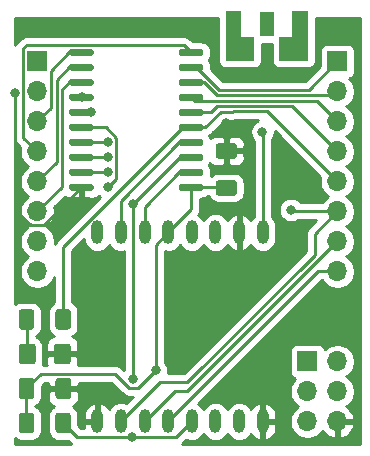
<source format=gtl>
%TF.GenerationSoftware,KiCad,Pcbnew,5.1.8*%
%TF.CreationDate,2020-11-15T15:49:45+01:00*%
%TF.ProjectId,LORA_ATTINY_v3,4c4f5241-5f41-4545-9449-4e595f76332e,rev?*%
%TF.SameCoordinates,Original*%
%TF.FileFunction,Copper,L1,Top*%
%TF.FilePolarity,Positive*%
%FSLAX46Y46*%
G04 Gerber Fmt 4.6, Leading zero omitted, Abs format (unit mm)*
G04 Created by KiCad (PCBNEW 5.1.8) date 2020-11-15 15:49:45*
%MOMM*%
%LPD*%
G01*
G04 APERTURE LIST*
%TA.AperFunction,SMDPad,CuDef*%
%ADD10C,0.100000*%
%TD*%
%TA.AperFunction,ComponentPad*%
%ADD11R,1.200000X2.100000*%
%TD*%
%TA.AperFunction,ComponentPad*%
%ADD12R,1.700000X1.700000*%
%TD*%
%TA.AperFunction,ComponentPad*%
%ADD13O,1.700000X1.700000*%
%TD*%
%TA.AperFunction,SMDPad,CuDef*%
%ADD14O,1.000000X2.000000*%
%TD*%
%TA.AperFunction,ViaPad*%
%ADD15C,0.800000*%
%TD*%
%TA.AperFunction,Conductor*%
%ADD16C,0.250000*%
%TD*%
%TA.AperFunction,Conductor*%
%ADD17C,0.254000*%
%TD*%
%TA.AperFunction,Conductor*%
%ADD18C,0.100000*%
%TD*%
G04 APERTURE END LIST*
%TA.AperFunction,SMDPad,CuDef*%
D10*
%TO.P,ANT1,2*%
%TO.N,GND*%
G36*
X78903280Y-43661200D02*
G01*
X80003280Y-43661200D01*
X80003280Y-41461200D01*
X81353280Y-41461200D01*
X81353280Y-45661200D01*
X78903280Y-45661200D01*
X78903280Y-43661200D01*
G37*
%TD.AperFunction*%
%TA.AperFunction,SMDPad,CuDef*%
G36*
X74351600Y-41461200D02*
G01*
X75701600Y-41461200D01*
X75701600Y-43661200D01*
X76801600Y-43661200D01*
X76801600Y-45661200D01*
X74351600Y-45661200D01*
X74351600Y-41461200D01*
G37*
%TD.AperFunction*%
D11*
%TO.P,ANT1,1*%
%TO.N,Net-(ANT1-Pad1)*%
X77851000Y-42570400D03*
%TD*%
%TO.P,C1,1*%
%TO.N,+3V3*%
%TA.AperFunction,SMDPad,CuDef*%
G36*
G01*
X75072003Y-57089000D02*
X73771997Y-57089000D01*
G75*
G02*
X73522000Y-56839003I0J249997D01*
G01*
X73522000Y-56013997D01*
G75*
G02*
X73771997Y-55764000I249997J0D01*
G01*
X75072003Y-55764000D01*
G75*
G02*
X75322000Y-56013997I0J-249997D01*
G01*
X75322000Y-56839003D01*
G75*
G02*
X75072003Y-57089000I-249997J0D01*
G01*
G37*
%TD.AperFunction*%
%TO.P,C1,2*%
%TO.N,GND*%
%TA.AperFunction,SMDPad,CuDef*%
G36*
G01*
X75072003Y-53964000D02*
X73771997Y-53964000D01*
G75*
G02*
X73522000Y-53714003I0J249997D01*
G01*
X73522000Y-52888997D01*
G75*
G02*
X73771997Y-52639000I249997J0D01*
G01*
X75072003Y-52639000D01*
G75*
G02*
X75322000Y-52888997I0J-249997D01*
G01*
X75322000Y-53714003D01*
G75*
G02*
X75072003Y-53964000I-249997J0D01*
G01*
G37*
%TD.AperFunction*%
%TD*%
%TO.P,C2,2*%
%TO.N,GND*%
%TA.AperFunction,SMDPad,CuDef*%
G36*
G01*
X59955000Y-74056003D02*
X59955000Y-72755997D01*
G75*
G02*
X60204997Y-72506000I249997J0D01*
G01*
X61030003Y-72506000D01*
G75*
G02*
X61280000Y-72755997I0J-249997D01*
G01*
X61280000Y-74056003D01*
G75*
G02*
X61030003Y-74306000I-249997J0D01*
G01*
X60204997Y-74306000D01*
G75*
G02*
X59955000Y-74056003I0J249997D01*
G01*
G37*
%TD.AperFunction*%
%TO.P,C2,1*%
%TO.N,+3V3*%
%TA.AperFunction,SMDPad,CuDef*%
G36*
G01*
X56830000Y-74056003D02*
X56830000Y-72755997D01*
G75*
G02*
X57079997Y-72506000I249997J0D01*
G01*
X57905003Y-72506000D01*
G75*
G02*
X58155000Y-72755997I0J-249997D01*
G01*
X58155000Y-74056003D01*
G75*
G02*
X57905003Y-74306000I-249997J0D01*
G01*
X57079997Y-74306000D01*
G75*
G02*
X56830000Y-74056003I0J249997D01*
G01*
G37*
%TD.AperFunction*%
%TD*%
%TO.P,D1,1*%
%TO.N,GND*%
%TA.AperFunction,SMDPad,CuDef*%
G36*
G01*
X61255000Y-69860000D02*
X61255000Y-71110000D01*
G75*
G02*
X61005000Y-71360000I-250000J0D01*
G01*
X60080000Y-71360000D01*
G75*
G02*
X59830000Y-71110000I0J250000D01*
G01*
X59830000Y-69860000D01*
G75*
G02*
X60080000Y-69610000I250000J0D01*
G01*
X61005000Y-69610000D01*
G75*
G02*
X61255000Y-69860000I0J-250000D01*
G01*
G37*
%TD.AperFunction*%
%TO.P,D1,2*%
%TO.N,Net-(D1-Pad2)*%
%TA.AperFunction,SMDPad,CuDef*%
G36*
G01*
X58280000Y-69860000D02*
X58280000Y-71110000D01*
G75*
G02*
X58030000Y-71360000I-250000J0D01*
G01*
X57105000Y-71360000D01*
G75*
G02*
X56855000Y-71110000I0J250000D01*
G01*
X56855000Y-69860000D01*
G75*
G02*
X57105000Y-69610000I250000J0D01*
G01*
X58030000Y-69610000D01*
G75*
G02*
X58280000Y-69860000I0J-250000D01*
G01*
G37*
%TD.AperFunction*%
%TD*%
D12*
%TO.P,J1,1*%
%TO.N,+3V3*%
X58420000Y-45720000D03*
D13*
%TO.P,J1,2*%
%TO.N,GND*%
X58420000Y-48260000D03*
%TO.P,J1,3*%
%TO.N,PB0*%
X58420000Y-50800000D03*
%TO.P,J1,4*%
%TO.N,PB1*%
X58420000Y-53340000D03*
%TO.P,J1,5*%
%TO.N,PC0*%
X58420000Y-55880000D03*
%TO.P,J1,6*%
%TO.N,PC1*%
X58420000Y-58420000D03*
%TO.P,J1,7*%
%TO.N,PC2*%
X58420000Y-60960000D03*
%TO.P,J1,8*%
%TO.N,PC3*%
X58420000Y-63500000D03*
%TD*%
%TO.P,J2,8*%
%TO.N,SCK*%
X83820000Y-63500000D03*
%TO.P,J2,7*%
%TO.N,MOSI*%
X83820000Y-60960000D03*
%TO.P,J2,6*%
%TO.N,MISO*%
X83820000Y-58420000D03*
%TO.P,J2,5*%
%TO.N,PA7*%
X83820000Y-55880000D03*
%TO.P,J2,4*%
%TO.N,PB5*%
X83820000Y-53340000D03*
%TO.P,J2,3*%
%TO.N,PB4*%
X83820000Y-50800000D03*
%TO.P,J2,2*%
%TO.N,PB3*%
X83820000Y-48260000D03*
D12*
%TO.P,J2,1*%
%TO.N,PB2*%
X83820000Y-45720000D03*
%TD*%
%TO.P,UPDI,1*%
%TO.N,RST*%
X81280000Y-71120000D03*
D13*
%TO.P,UPDI,2*%
%TO.N,+3V3*%
X83820000Y-71120000D03*
%TO.P,UPDI,3*%
%TO.N,Net-(PRG1-Pad3)*%
X81280000Y-73660000D03*
%TO.P,UPDI,4*%
%TO.N,PB3*%
X83820000Y-73660000D03*
%TO.P,UPDI,5*%
%TO.N,PB2*%
X81280000Y-76200000D03*
%TO.P,UPDI,6*%
%TO.N,GND*%
X83820000Y-76200000D03*
%TD*%
%TO.P,R1,2*%
%TO.N,PA7*%
%TA.AperFunction,SMDPad,CuDef*%
G36*
G01*
X59955000Y-68189001D02*
X59955000Y-66938999D01*
G75*
G02*
X60204999Y-66689000I249999J0D01*
G01*
X61005001Y-66689000D01*
G75*
G02*
X61255000Y-66938999I0J-249999D01*
G01*
X61255000Y-68189001D01*
G75*
G02*
X61005001Y-68439000I-249999J0D01*
G01*
X60204999Y-68439000D01*
G75*
G02*
X59955000Y-68189001I0J249999D01*
G01*
G37*
%TD.AperFunction*%
%TO.P,R1,1*%
%TO.N,Net-(D1-Pad2)*%
%TA.AperFunction,SMDPad,CuDef*%
G36*
G01*
X56855000Y-68189001D02*
X56855000Y-66938999D01*
G75*
G02*
X57104999Y-66689000I249999J0D01*
G01*
X57905001Y-66689000D01*
G75*
G02*
X58155000Y-66938999I0J-249999D01*
G01*
X58155000Y-68189001D01*
G75*
G02*
X57905001Y-68439000I-249999J0D01*
G01*
X57104999Y-68439000D01*
G75*
G02*
X56855000Y-68189001I0J249999D01*
G01*
G37*
%TD.AperFunction*%
%TD*%
%TO.P,R2,1*%
%TO.N,NSS*%
%TA.AperFunction,SMDPad,CuDef*%
G36*
G01*
X61255000Y-75701999D02*
X61255000Y-76952001D01*
G75*
G02*
X61005001Y-77202000I-249999J0D01*
G01*
X60204999Y-77202000D01*
G75*
G02*
X59955000Y-76952001I0J249999D01*
G01*
X59955000Y-75701999D01*
G75*
G02*
X60204999Y-75452000I249999J0D01*
G01*
X61005001Y-75452000D01*
G75*
G02*
X61255000Y-75701999I0J-249999D01*
G01*
G37*
%TD.AperFunction*%
%TO.P,R2,2*%
%TO.N,+3V3*%
%TA.AperFunction,SMDPad,CuDef*%
G36*
G01*
X58155000Y-75701999D02*
X58155000Y-76952001D01*
G75*
G02*
X57905001Y-77202000I-249999J0D01*
G01*
X57104999Y-77202000D01*
G75*
G02*
X56855000Y-76952001I0J249999D01*
G01*
X56855000Y-75701999D01*
G75*
G02*
X57104999Y-75452000I249999J0D01*
G01*
X57905001Y-75452000D01*
G75*
G02*
X58155000Y-75701999I0J-249999D01*
G01*
G37*
%TD.AperFunction*%
%TD*%
D14*
%TO.P,RFM95,1*%
%TO.N,GND*%
X63500000Y-76200000D03*
%TO.P,RFM95,2*%
%TO.N,MISO*%
X65500000Y-76200000D03*
%TO.P,RFM95,3*%
%TO.N,MOSI*%
X67500000Y-76200000D03*
%TO.P,RFM95,4*%
%TO.N,SCK*%
X69500000Y-76200000D03*
%TO.P,RFM95,5*%
%TO.N,NSS*%
X71500000Y-76200000D03*
%TO.P,RFM95,6*%
%TO.N,Net-(RFM95-Pad6)*%
X73500000Y-76200000D03*
%TO.P,RFM95,7*%
%TO.N,Net-(RFM95-Pad7)*%
X75500000Y-76200000D03*
%TO.P,RFM95,8*%
%TO.N,GND*%
X77500000Y-76200000D03*
%TO.P,RFM95,9*%
%TO.N,Net-(ANT1-Pad1)*%
X77500000Y-60200000D03*
%TO.P,RFM95,10*%
%TO.N,GND*%
X75500000Y-60200000D03*
%TO.P,RFM95,11*%
%TO.N,Net-(RFM95-Pad11)*%
X73500000Y-60200000D03*
%TO.P,RFM95,12*%
%TO.N,Net-(RFM95-Pad12)*%
X71500000Y-60200000D03*
%TO.P,RFM95,13*%
%TO.N,+3V3*%
X69500000Y-60200000D03*
%TO.P,RFM95,14*%
%TO.N,DIO0*%
X67500000Y-60200000D03*
%TO.P,RFM95,15*%
%TO.N,DIO1*%
X65500000Y-60200000D03*
%TO.P,RFM95,16*%
%TO.N,Net-(RFM95-Pad16)*%
X63500000Y-60200000D03*
%TD*%
%TO.P,ATTiny 3216,1*%
%TO.N,+3V3*%
%TA.AperFunction,SMDPad,CuDef*%
G36*
G01*
X72477000Y-56238000D02*
X72477000Y-56538000D01*
G75*
G02*
X72327000Y-56688000I-150000J0D01*
G01*
X70577000Y-56688000D01*
G75*
G02*
X70427000Y-56538000I0J150000D01*
G01*
X70427000Y-56238000D01*
G75*
G02*
X70577000Y-56088000I150000J0D01*
G01*
X72327000Y-56088000D01*
G75*
G02*
X72477000Y-56238000I0J-150000D01*
G01*
G37*
%TD.AperFunction*%
%TO.P,ATTiny 3216,2*%
%TO.N,DIO0*%
%TA.AperFunction,SMDPad,CuDef*%
G36*
G01*
X72477000Y-54968000D02*
X72477000Y-55268000D01*
G75*
G02*
X72327000Y-55418000I-150000J0D01*
G01*
X70577000Y-55418000D01*
G75*
G02*
X70427000Y-55268000I0J150000D01*
G01*
X70427000Y-54968000D01*
G75*
G02*
X70577000Y-54818000I150000J0D01*
G01*
X72327000Y-54818000D01*
G75*
G02*
X72477000Y-54968000I0J-150000D01*
G01*
G37*
%TD.AperFunction*%
%TO.P,ATTiny 3216,3*%
%TO.N,NSS*%
%TA.AperFunction,SMDPad,CuDef*%
G36*
G01*
X72477000Y-53698000D02*
X72477000Y-53998000D01*
G75*
G02*
X72327000Y-54148000I-150000J0D01*
G01*
X70577000Y-54148000D01*
G75*
G02*
X70427000Y-53998000I0J150000D01*
G01*
X70427000Y-53698000D01*
G75*
G02*
X70577000Y-53548000I150000J0D01*
G01*
X72327000Y-53548000D01*
G75*
G02*
X72477000Y-53698000I0J-150000D01*
G01*
G37*
%TD.AperFunction*%
%TO.P,ATTiny 3216,4*%
%TO.N,DIO1*%
%TA.AperFunction,SMDPad,CuDef*%
G36*
G01*
X72477000Y-52428000D02*
X72477000Y-52728000D01*
G75*
G02*
X72327000Y-52878000I-150000J0D01*
G01*
X70577000Y-52878000D01*
G75*
G02*
X70427000Y-52728000I0J150000D01*
G01*
X70427000Y-52428000D01*
G75*
G02*
X70577000Y-52278000I150000J0D01*
G01*
X72327000Y-52278000D01*
G75*
G02*
X72477000Y-52428000I0J-150000D01*
G01*
G37*
%TD.AperFunction*%
%TO.P,ATTiny 3216,5*%
%TO.N,PA7*%
%TA.AperFunction,SMDPad,CuDef*%
G36*
G01*
X72477000Y-51158000D02*
X72477000Y-51458000D01*
G75*
G02*
X72327000Y-51608000I-150000J0D01*
G01*
X70577000Y-51608000D01*
G75*
G02*
X70427000Y-51458000I0J150000D01*
G01*
X70427000Y-51158000D01*
G75*
G02*
X70577000Y-51008000I150000J0D01*
G01*
X72327000Y-51008000D01*
G75*
G02*
X72477000Y-51158000I0J-150000D01*
G01*
G37*
%TD.AperFunction*%
%TO.P,ATTiny 3216,6*%
%TO.N,PB5*%
%TA.AperFunction,SMDPad,CuDef*%
G36*
G01*
X72477000Y-49888000D02*
X72477000Y-50188000D01*
G75*
G02*
X72327000Y-50338000I-150000J0D01*
G01*
X70577000Y-50338000D01*
G75*
G02*
X70427000Y-50188000I0J150000D01*
G01*
X70427000Y-49888000D01*
G75*
G02*
X70577000Y-49738000I150000J0D01*
G01*
X72327000Y-49738000D01*
G75*
G02*
X72477000Y-49888000I0J-150000D01*
G01*
G37*
%TD.AperFunction*%
%TO.P,ATTiny 3216,7*%
%TO.N,PB4*%
%TA.AperFunction,SMDPad,CuDef*%
G36*
G01*
X72477000Y-48618000D02*
X72477000Y-48918000D01*
G75*
G02*
X72327000Y-49068000I-150000J0D01*
G01*
X70577000Y-49068000D01*
G75*
G02*
X70427000Y-48918000I0J150000D01*
G01*
X70427000Y-48618000D01*
G75*
G02*
X70577000Y-48468000I150000J0D01*
G01*
X72327000Y-48468000D01*
G75*
G02*
X72477000Y-48618000I0J-150000D01*
G01*
G37*
%TD.AperFunction*%
%TO.P,ATTiny 3216,8*%
%TO.N,PB3*%
%TA.AperFunction,SMDPad,CuDef*%
G36*
G01*
X72477000Y-47348000D02*
X72477000Y-47648000D01*
G75*
G02*
X72327000Y-47798000I-150000J0D01*
G01*
X70577000Y-47798000D01*
G75*
G02*
X70427000Y-47648000I0J150000D01*
G01*
X70427000Y-47348000D01*
G75*
G02*
X70577000Y-47198000I150000J0D01*
G01*
X72327000Y-47198000D01*
G75*
G02*
X72477000Y-47348000I0J-150000D01*
G01*
G37*
%TD.AperFunction*%
%TO.P,ATTiny 3216,9*%
%TO.N,PB2*%
%TA.AperFunction,SMDPad,CuDef*%
G36*
G01*
X72477000Y-46078000D02*
X72477000Y-46378000D01*
G75*
G02*
X72327000Y-46528000I-150000J0D01*
G01*
X70577000Y-46528000D01*
G75*
G02*
X70427000Y-46378000I0J150000D01*
G01*
X70427000Y-46078000D01*
G75*
G02*
X70577000Y-45928000I150000J0D01*
G01*
X72327000Y-45928000D01*
G75*
G02*
X72477000Y-46078000I0J-150000D01*
G01*
G37*
%TD.AperFunction*%
%TO.P,ATTiny 3216,10*%
%TO.N,PB1*%
%TA.AperFunction,SMDPad,CuDef*%
G36*
G01*
X72477000Y-44808000D02*
X72477000Y-45108000D01*
G75*
G02*
X72327000Y-45258000I-150000J0D01*
G01*
X70577000Y-45258000D01*
G75*
G02*
X70427000Y-45108000I0J150000D01*
G01*
X70427000Y-44808000D01*
G75*
G02*
X70577000Y-44658000I150000J0D01*
G01*
X72327000Y-44658000D01*
G75*
G02*
X72477000Y-44808000I0J-150000D01*
G01*
G37*
%TD.AperFunction*%
%TO.P,ATTiny 3216,11*%
%TO.N,PB0*%
%TA.AperFunction,SMDPad,CuDef*%
G36*
G01*
X63177000Y-44808000D02*
X63177000Y-45108000D01*
G75*
G02*
X63027000Y-45258000I-150000J0D01*
G01*
X61277000Y-45258000D01*
G75*
G02*
X61127000Y-45108000I0J150000D01*
G01*
X61127000Y-44808000D01*
G75*
G02*
X61277000Y-44658000I150000J0D01*
G01*
X63027000Y-44658000D01*
G75*
G02*
X63177000Y-44808000I0J-150000D01*
G01*
G37*
%TD.AperFunction*%
%TO.P,ATTiny 3216,12*%
%TO.N,PC0*%
%TA.AperFunction,SMDPad,CuDef*%
G36*
G01*
X63177000Y-46078000D02*
X63177000Y-46378000D01*
G75*
G02*
X63027000Y-46528000I-150000J0D01*
G01*
X61277000Y-46528000D01*
G75*
G02*
X61127000Y-46378000I0J150000D01*
G01*
X61127000Y-46078000D01*
G75*
G02*
X61277000Y-45928000I150000J0D01*
G01*
X63027000Y-45928000D01*
G75*
G02*
X63177000Y-46078000I0J-150000D01*
G01*
G37*
%TD.AperFunction*%
%TO.P,ATTiny 3216,13*%
%TO.N,PC1*%
%TA.AperFunction,SMDPad,CuDef*%
G36*
G01*
X63177000Y-47348000D02*
X63177000Y-47648000D01*
G75*
G02*
X63027000Y-47798000I-150000J0D01*
G01*
X61277000Y-47798000D01*
G75*
G02*
X61127000Y-47648000I0J150000D01*
G01*
X61127000Y-47348000D01*
G75*
G02*
X61277000Y-47198000I150000J0D01*
G01*
X63027000Y-47198000D01*
G75*
G02*
X63177000Y-47348000I0J-150000D01*
G01*
G37*
%TD.AperFunction*%
%TO.P,ATTiny 3216,14*%
%TO.N,PC2*%
%TA.AperFunction,SMDPad,CuDef*%
G36*
G01*
X63177000Y-48618000D02*
X63177000Y-48918000D01*
G75*
G02*
X63027000Y-49068000I-150000J0D01*
G01*
X61277000Y-49068000D01*
G75*
G02*
X61127000Y-48918000I0J150000D01*
G01*
X61127000Y-48618000D01*
G75*
G02*
X61277000Y-48468000I150000J0D01*
G01*
X63027000Y-48468000D01*
G75*
G02*
X63177000Y-48618000I0J-150000D01*
G01*
G37*
%TD.AperFunction*%
%TO.P,ATTiny 3216,15*%
%TO.N,PC3*%
%TA.AperFunction,SMDPad,CuDef*%
G36*
G01*
X63177000Y-49888000D02*
X63177000Y-50188000D01*
G75*
G02*
X63027000Y-50338000I-150000J0D01*
G01*
X61277000Y-50338000D01*
G75*
G02*
X61127000Y-50188000I0J150000D01*
G01*
X61127000Y-49888000D01*
G75*
G02*
X61277000Y-49738000I150000J0D01*
G01*
X63027000Y-49738000D01*
G75*
G02*
X63177000Y-49888000I0J-150000D01*
G01*
G37*
%TD.AperFunction*%
%TO.P,ATTiny 3216,16*%
%TO.N,RST*%
%TA.AperFunction,SMDPad,CuDef*%
G36*
G01*
X63177000Y-51158000D02*
X63177000Y-51458000D01*
G75*
G02*
X63027000Y-51608000I-150000J0D01*
G01*
X61277000Y-51608000D01*
G75*
G02*
X61127000Y-51458000I0J150000D01*
G01*
X61127000Y-51158000D01*
G75*
G02*
X61277000Y-51008000I150000J0D01*
G01*
X63027000Y-51008000D01*
G75*
G02*
X63177000Y-51158000I0J-150000D01*
G01*
G37*
%TD.AperFunction*%
%TO.P,ATTiny 3216,17*%
%TO.N,MOSI*%
%TA.AperFunction,SMDPad,CuDef*%
G36*
G01*
X63177000Y-52428000D02*
X63177000Y-52728000D01*
G75*
G02*
X63027000Y-52878000I-150000J0D01*
G01*
X61277000Y-52878000D01*
G75*
G02*
X61127000Y-52728000I0J150000D01*
G01*
X61127000Y-52428000D01*
G75*
G02*
X61277000Y-52278000I150000J0D01*
G01*
X63027000Y-52278000D01*
G75*
G02*
X63177000Y-52428000I0J-150000D01*
G01*
G37*
%TD.AperFunction*%
%TO.P,ATTiny 3216,18*%
%TO.N,MISO*%
%TA.AperFunction,SMDPad,CuDef*%
G36*
G01*
X63177000Y-53698000D02*
X63177000Y-53998000D01*
G75*
G02*
X63027000Y-54148000I-150000J0D01*
G01*
X61277000Y-54148000D01*
G75*
G02*
X61127000Y-53998000I0J150000D01*
G01*
X61127000Y-53698000D01*
G75*
G02*
X61277000Y-53548000I150000J0D01*
G01*
X63027000Y-53548000D01*
G75*
G02*
X63177000Y-53698000I0J-150000D01*
G01*
G37*
%TD.AperFunction*%
%TO.P,ATTiny 3216,19*%
%TO.N,SCK*%
%TA.AperFunction,SMDPad,CuDef*%
G36*
G01*
X63177000Y-54968000D02*
X63177000Y-55268000D01*
G75*
G02*
X63027000Y-55418000I-150000J0D01*
G01*
X61277000Y-55418000D01*
G75*
G02*
X61127000Y-55268000I0J150000D01*
G01*
X61127000Y-54968000D01*
G75*
G02*
X61277000Y-54818000I150000J0D01*
G01*
X63027000Y-54818000D01*
G75*
G02*
X63177000Y-54968000I0J-150000D01*
G01*
G37*
%TD.AperFunction*%
%TO.P,ATTiny 3216,20*%
%TO.N,GND*%
%TA.AperFunction,SMDPad,CuDef*%
G36*
G01*
X63177000Y-56238000D02*
X63177000Y-56538000D01*
G75*
G02*
X63027000Y-56688000I-150000J0D01*
G01*
X61277000Y-56688000D01*
G75*
G02*
X61127000Y-56538000I0J150000D01*
G01*
X61127000Y-56238000D01*
G75*
G02*
X61277000Y-56088000I150000J0D01*
G01*
X63027000Y-56088000D01*
G75*
G02*
X63177000Y-56238000I0J-150000D01*
G01*
G37*
%TD.AperFunction*%
%TD*%
D15*
%TO.N,Net-(ANT1-Pad1)*%
X77470000Y-51689000D03*
%TO.N,GND*%
X75057000Y-43561000D03*
X80772000Y-43561000D03*
X74422000Y-50927000D03*
X63500000Y-76200000D03*
X60579000Y-70485000D03*
X60617500Y-73406000D03*
X56519999Y-48387000D03*
%TO.N,+3V3*%
X68453000Y-71882000D03*
%TO.N,PC2*%
X62230000Y-48768000D03*
%TO.N,PC3*%
X62955000Y-50038000D03*
%TO.N,SCK*%
X64389000Y-55118000D03*
%TO.N,MOSI*%
X64389000Y-52578000D03*
%TO.N,MISO*%
X79883000Y-58293000D03*
X64389000Y-53848000D03*
%TO.N,RST*%
X64389000Y-56388000D03*
%TO.N,NSS*%
X66548000Y-57785000D03*
X66548000Y-72644000D03*
X66476010Y-77525010D03*
%TD*%
D16*
%TO.N,Net-(ANT1-Pad1)*%
X77500000Y-51719000D02*
X77470000Y-51689000D01*
X77500000Y-60200000D02*
X77500000Y-51719000D01*
%TO.N,GND*%
X60542500Y-70485000D02*
X60579000Y-70485000D01*
X56519999Y-58259001D02*
X56519999Y-48387000D01*
X57855999Y-59595001D02*
X56519999Y-58259001D01*
X58944999Y-59595001D02*
X57855999Y-59595001D01*
X62152000Y-56388000D02*
X58944999Y-59595001D01*
%TO.N,+3V3*%
X74383500Y-56388000D02*
X74422000Y-56426500D01*
X71452000Y-56388000D02*
X74383500Y-56388000D01*
X57492500Y-76314500D02*
X57505000Y-76327000D01*
X57492500Y-73406000D02*
X57492500Y-76314500D01*
X71452000Y-58248000D02*
X69500000Y-60200000D01*
X71452000Y-56388000D02*
X71452000Y-58248000D01*
X65011988Y-72180990D02*
X66199999Y-73369001D01*
X58717510Y-72180990D02*
X65011988Y-72180990D01*
X66199999Y-73369001D02*
X66965999Y-73369001D01*
X57492500Y-73406000D02*
X58717510Y-72180990D01*
X66965999Y-73369001D02*
X68453000Y-71882000D01*
X68453000Y-61247000D02*
X69500000Y-60200000D01*
X68453000Y-71882000D02*
X68453000Y-61247000D01*
%TO.N,Net-(D1-Pad2)*%
X57505000Y-70422500D02*
X57567500Y-70485000D01*
X57505000Y-67564000D02*
X57505000Y-70422500D01*
%TO.N,PB0*%
X59595001Y-49624999D02*
X58420000Y-50800000D01*
X61127000Y-44958000D02*
X59595001Y-46489999D01*
X59595001Y-46489999D02*
X59595001Y-49624999D01*
X62152000Y-44958000D02*
X61127000Y-44958000D01*
%TO.N,PB1*%
X57244999Y-52164999D02*
X58420000Y-53340000D01*
X57244999Y-44609999D02*
X57244999Y-52164999D01*
X57522008Y-44332990D02*
X57244999Y-44609999D01*
X70826990Y-44332990D02*
X57522008Y-44332990D01*
X71452000Y-44958000D02*
X70826990Y-44332990D01*
%TO.N,PC0*%
X60045011Y-54254989D02*
X58420000Y-55880000D01*
X60045011Y-47309989D02*
X60045011Y-54254989D01*
X61127000Y-46228000D02*
X60045011Y-47309989D01*
X62152000Y-46228000D02*
X61127000Y-46228000D01*
%TO.N,PC1*%
X60495021Y-56344979D02*
X58420000Y-58420000D01*
X60495021Y-48129979D02*
X60495021Y-56344979D01*
X61127000Y-47498000D02*
X60495021Y-48129979D01*
X62152000Y-47498000D02*
X61127000Y-47498000D01*
%TO.N,PC2*%
X62152000Y-48768000D02*
X62230000Y-48768000D01*
%TO.N,PC3*%
X62152000Y-50038000D02*
X62955000Y-50038000D01*
%TO.N,SCK*%
X82200000Y-63500000D02*
X69500000Y-76200000D01*
X83820000Y-63500000D02*
X82200000Y-63500000D01*
X62152000Y-55118000D02*
X64389000Y-55118000D01*
%TO.N,MOSI*%
X83820000Y-60960000D02*
X71120000Y-73660000D01*
X70040000Y-73660000D02*
X67500000Y-76200000D01*
X71120000Y-73660000D02*
X70040000Y-73660000D01*
X62152000Y-52578000D02*
X64389000Y-52578000D01*
%TO.N,MISO*%
X83820000Y-58420000D02*
X81915000Y-60325000D01*
X81915000Y-60325000D02*
X81915000Y-62103000D01*
X71120000Y-72898000D02*
X68802000Y-72898000D01*
X68802000Y-72898000D02*
X65500000Y-76200000D01*
X81915000Y-62103000D02*
X71120000Y-72898000D01*
X80010000Y-58420000D02*
X79883000Y-58293000D01*
X83820000Y-58420000D02*
X80010000Y-58420000D01*
X64389000Y-53848000D02*
X62152000Y-53848000D01*
%TO.N,PA7*%
X77885250Y-49945250D02*
X83820000Y-55880000D01*
X75022750Y-49945250D02*
X77885250Y-49945250D01*
X72644000Y-51308000D02*
X73983980Y-49968020D01*
X74999980Y-49968020D02*
X75022750Y-49945250D01*
X73983980Y-49968020D02*
X74999980Y-49968020D01*
X71452000Y-51308000D02*
X72644000Y-51308000D01*
X70725260Y-51308000D02*
X71452000Y-51308000D01*
X60605000Y-61428260D02*
X70725260Y-51308000D01*
X60605000Y-67564000D02*
X60605000Y-61428260D01*
%TO.N,PB5*%
X71452000Y-50038000D02*
X73140010Y-50038000D01*
X74433990Y-49518010D02*
X74456760Y-49495240D01*
X73660000Y-49518010D02*
X74433990Y-49518010D01*
X73140010Y-50038000D02*
X73660000Y-49518010D01*
X79975240Y-49495240D02*
X83820000Y-53340000D01*
X74456760Y-49495240D02*
X79975240Y-49495240D01*
%TO.N,PB4*%
X71752000Y-49068000D02*
X73868000Y-49068000D01*
X73868000Y-49068000D02*
X73890770Y-49045230D01*
X71452000Y-48768000D02*
X71752000Y-49068000D01*
X82065230Y-49045230D02*
X83820000Y-50800000D01*
X73890770Y-49045230D02*
X82065230Y-49045230D01*
%TO.N,PB3*%
X71452000Y-47498000D02*
X72512358Y-47498000D01*
X83484780Y-48595220D02*
X83820000Y-48260000D01*
X73609578Y-48595220D02*
X83484780Y-48595220D01*
X72512358Y-47498000D02*
X73609578Y-48595220D01*
%TO.N,PB2*%
X81394790Y-48145210D02*
X83820000Y-45720000D01*
X73795978Y-48145210D02*
X81394790Y-48145210D01*
X71878768Y-46228000D02*
X73795978Y-48145210D01*
X71452000Y-46228000D02*
X71878768Y-46228000D01*
%TO.N,RST*%
X64192002Y-51308000D02*
X62152000Y-51308000D01*
X65114001Y-55662999D02*
X65114001Y-52229999D01*
X65114001Y-52229999D02*
X64192002Y-51308000D01*
X64389000Y-56388000D02*
X65114001Y-55662999D01*
%TO.N,NSS*%
X70174990Y-77525010D02*
X71500000Y-76200000D01*
X60605000Y-76327000D02*
X61803010Y-77525010D01*
X70485000Y-53848000D02*
X66548000Y-57785000D01*
X71452000Y-53848000D02*
X70485000Y-53848000D01*
X66548000Y-57785000D02*
X66548000Y-72644000D01*
X66476010Y-77525010D02*
X70174990Y-77525010D01*
X61803010Y-77525010D02*
X66476010Y-77525010D01*
%TO.N,DIO0*%
X67500000Y-58045000D02*
X67500000Y-60200000D01*
X70427000Y-55118000D02*
X67500000Y-58045000D01*
X71452000Y-55118000D02*
X70427000Y-55118000D01*
%TO.N,DIO1*%
X65500000Y-57505000D02*
X65500000Y-60200000D01*
X70427000Y-52578000D02*
X65500000Y-57505000D01*
X71452000Y-52578000D02*
X70427000Y-52578000D01*
%TD*%
D17*
%TO.N,GND*%
X73713528Y-45661200D02*
X73725788Y-45785682D01*
X73762098Y-45905380D01*
X73821063Y-46015694D01*
X73900415Y-46112385D01*
X73997106Y-46191737D01*
X74107420Y-46250702D01*
X74227118Y-46287012D01*
X74351600Y-46299272D01*
X76801600Y-46299272D01*
X76926082Y-46287012D01*
X77045780Y-46250702D01*
X77156094Y-46191737D01*
X77252785Y-46112385D01*
X77332137Y-46015694D01*
X77391102Y-45905380D01*
X77427412Y-45785682D01*
X77439672Y-45661200D01*
X77439672Y-44258472D01*
X78265208Y-44258472D01*
X78265208Y-45661200D01*
X78277468Y-45785682D01*
X78313778Y-45905380D01*
X78372743Y-46015694D01*
X78452095Y-46112385D01*
X78548786Y-46191737D01*
X78659100Y-46250702D01*
X78778798Y-46287012D01*
X78903280Y-46299272D01*
X81353280Y-46299272D01*
X81477762Y-46287012D01*
X81597460Y-46250702D01*
X81707774Y-46191737D01*
X81804465Y-46112385D01*
X81883817Y-46015694D01*
X81942782Y-45905380D01*
X81979092Y-45785682D01*
X81991352Y-45661200D01*
X81991352Y-42062000D01*
X85700001Y-42062000D01*
X85700000Y-43655581D01*
X85700000Y-43655582D01*
X85700001Y-78080000D01*
X70696727Y-78080000D01*
X70714991Y-78065011D01*
X70738794Y-78036007D01*
X71035904Y-77738897D01*
X71063554Y-77753676D01*
X71277502Y-77818577D01*
X71500000Y-77840491D01*
X71722499Y-77818577D01*
X71936447Y-77753676D01*
X72133623Y-77648284D01*
X72306449Y-77506449D01*
X72448284Y-77333623D01*
X72500000Y-77236868D01*
X72551717Y-77333623D01*
X72693552Y-77506449D01*
X72866378Y-77648284D01*
X73063554Y-77753676D01*
X73277502Y-77818577D01*
X73500000Y-77840491D01*
X73722499Y-77818577D01*
X73936447Y-77753676D01*
X74133623Y-77648284D01*
X74306449Y-77506449D01*
X74448284Y-77333623D01*
X74500000Y-77236868D01*
X74551717Y-77333623D01*
X74693552Y-77506449D01*
X74866378Y-77648284D01*
X75063554Y-77753676D01*
X75277502Y-77818577D01*
X75500000Y-77840491D01*
X75722499Y-77818577D01*
X75936447Y-77753676D01*
X76133623Y-77648284D01*
X76306449Y-77506449D01*
X76448284Y-77333623D01*
X76496470Y-77243473D01*
X76499997Y-77251678D01*
X76626839Y-77436169D01*
X76787236Y-77592369D01*
X76975024Y-77714276D01*
X77198126Y-77794119D01*
X77373000Y-77667954D01*
X77373000Y-76327000D01*
X77627000Y-76327000D01*
X77627000Y-77667954D01*
X77801874Y-77794119D01*
X78024976Y-77714276D01*
X78212764Y-77592369D01*
X78373161Y-77436169D01*
X78500003Y-77251678D01*
X78588415Y-77045987D01*
X78635000Y-76827000D01*
X78635000Y-76327000D01*
X77627000Y-76327000D01*
X77373000Y-76327000D01*
X77353000Y-76327000D01*
X77353000Y-76073000D01*
X77373000Y-76073000D01*
X77373000Y-74732046D01*
X77627000Y-74732046D01*
X77627000Y-76073000D01*
X78635000Y-76073000D01*
X78635000Y-75573000D01*
X78588415Y-75354013D01*
X78500003Y-75148322D01*
X78373161Y-74963831D01*
X78212764Y-74807631D01*
X78024976Y-74685724D01*
X77801874Y-74605881D01*
X77627000Y-74732046D01*
X77373000Y-74732046D01*
X77198126Y-74605881D01*
X76975024Y-74685724D01*
X76787236Y-74807631D01*
X76626839Y-74963831D01*
X76499997Y-75148322D01*
X76496470Y-75156527D01*
X76448284Y-75066377D01*
X76306449Y-74893551D01*
X76133623Y-74751716D01*
X75936446Y-74646324D01*
X75722498Y-74581423D01*
X75500000Y-74559509D01*
X75277501Y-74581423D01*
X75063553Y-74646324D01*
X74866377Y-74751716D01*
X74693551Y-74893551D01*
X74551716Y-75066377D01*
X74500000Y-75163132D01*
X74448284Y-75066377D01*
X74306449Y-74893551D01*
X74133623Y-74751716D01*
X73936446Y-74646324D01*
X73722498Y-74581423D01*
X73500000Y-74559509D01*
X73277501Y-74581423D01*
X73063553Y-74646324D01*
X72866377Y-74751716D01*
X72693551Y-74893551D01*
X72551716Y-75066377D01*
X72500000Y-75163132D01*
X72448284Y-75066377D01*
X72306449Y-74893551D01*
X72133623Y-74751716D01*
X72061588Y-74713213D01*
X76504801Y-70270000D01*
X79791928Y-70270000D01*
X79791928Y-71970000D01*
X79804188Y-72094482D01*
X79840498Y-72214180D01*
X79899463Y-72324494D01*
X79978815Y-72421185D01*
X80075506Y-72500537D01*
X80185820Y-72559502D01*
X80258380Y-72581513D01*
X80126525Y-72713368D01*
X79964010Y-72956589D01*
X79852068Y-73226842D01*
X79795000Y-73513740D01*
X79795000Y-73806260D01*
X79852068Y-74093158D01*
X79964010Y-74363411D01*
X80126525Y-74606632D01*
X80333368Y-74813475D01*
X80507760Y-74930000D01*
X80333368Y-75046525D01*
X80126525Y-75253368D01*
X79964010Y-75496589D01*
X79852068Y-75766842D01*
X79795000Y-76053740D01*
X79795000Y-76346260D01*
X79852068Y-76633158D01*
X79964010Y-76903411D01*
X80126525Y-77146632D01*
X80333368Y-77353475D01*
X80576589Y-77515990D01*
X80846842Y-77627932D01*
X81133740Y-77685000D01*
X81426260Y-77685000D01*
X81713158Y-77627932D01*
X81983411Y-77515990D01*
X82226632Y-77353475D01*
X82433475Y-77146632D01*
X82551100Y-76970594D01*
X82722412Y-77200269D01*
X82938645Y-77395178D01*
X83188748Y-77544157D01*
X83463109Y-77641481D01*
X83693000Y-77520814D01*
X83693000Y-76327000D01*
X83947000Y-76327000D01*
X83947000Y-77520814D01*
X84176891Y-77641481D01*
X84451252Y-77544157D01*
X84701355Y-77395178D01*
X84917588Y-77200269D01*
X85091641Y-76966920D01*
X85216825Y-76704099D01*
X85261476Y-76556890D01*
X85140155Y-76327000D01*
X83947000Y-76327000D01*
X83693000Y-76327000D01*
X83673000Y-76327000D01*
X83673000Y-76073000D01*
X83693000Y-76073000D01*
X83693000Y-76053000D01*
X83947000Y-76053000D01*
X83947000Y-76073000D01*
X85140155Y-76073000D01*
X85261476Y-75843110D01*
X85216825Y-75695901D01*
X85091641Y-75433080D01*
X84917588Y-75199731D01*
X84701355Y-75004822D01*
X84584466Y-74935195D01*
X84766632Y-74813475D01*
X84973475Y-74606632D01*
X85135990Y-74363411D01*
X85247932Y-74093158D01*
X85305000Y-73806260D01*
X85305000Y-73513740D01*
X85247932Y-73226842D01*
X85135990Y-72956589D01*
X84973475Y-72713368D01*
X84766632Y-72506525D01*
X84592240Y-72390000D01*
X84766632Y-72273475D01*
X84973475Y-72066632D01*
X85135990Y-71823411D01*
X85247932Y-71553158D01*
X85305000Y-71266260D01*
X85305000Y-70973740D01*
X85247932Y-70686842D01*
X85135990Y-70416589D01*
X84973475Y-70173368D01*
X84766632Y-69966525D01*
X84523411Y-69804010D01*
X84253158Y-69692068D01*
X83966260Y-69635000D01*
X83673740Y-69635000D01*
X83386842Y-69692068D01*
X83116589Y-69804010D01*
X82873368Y-69966525D01*
X82741513Y-70098380D01*
X82719502Y-70025820D01*
X82660537Y-69915506D01*
X82581185Y-69818815D01*
X82484494Y-69739463D01*
X82374180Y-69680498D01*
X82254482Y-69644188D01*
X82130000Y-69631928D01*
X80430000Y-69631928D01*
X80305518Y-69644188D01*
X80185820Y-69680498D01*
X80075506Y-69739463D01*
X79978815Y-69818815D01*
X79899463Y-69915506D01*
X79840498Y-70025820D01*
X79804188Y-70145518D01*
X79791928Y-70270000D01*
X76504801Y-70270000D01*
X82514802Y-64260000D01*
X82541822Y-64260000D01*
X82666525Y-64446632D01*
X82873368Y-64653475D01*
X83116589Y-64815990D01*
X83386842Y-64927932D01*
X83673740Y-64985000D01*
X83966260Y-64985000D01*
X84253158Y-64927932D01*
X84523411Y-64815990D01*
X84766632Y-64653475D01*
X84973475Y-64446632D01*
X85135990Y-64203411D01*
X85247932Y-63933158D01*
X85305000Y-63646260D01*
X85305000Y-63353740D01*
X85247932Y-63066842D01*
X85135990Y-62796589D01*
X84973475Y-62553368D01*
X84766632Y-62346525D01*
X84592240Y-62230000D01*
X84766632Y-62113475D01*
X84973475Y-61906632D01*
X85135990Y-61663411D01*
X85247932Y-61393158D01*
X85305000Y-61106260D01*
X85305000Y-60813740D01*
X85247932Y-60526842D01*
X85135990Y-60256589D01*
X84973475Y-60013368D01*
X84766632Y-59806525D01*
X84592240Y-59690000D01*
X84766632Y-59573475D01*
X84973475Y-59366632D01*
X85135990Y-59123411D01*
X85247932Y-58853158D01*
X85305000Y-58566260D01*
X85305000Y-58273740D01*
X85247932Y-57986842D01*
X85135990Y-57716589D01*
X84973475Y-57473368D01*
X84766632Y-57266525D01*
X84592240Y-57150000D01*
X84766632Y-57033475D01*
X84973475Y-56826632D01*
X85135990Y-56583411D01*
X85247932Y-56313158D01*
X85305000Y-56026260D01*
X85305000Y-55733740D01*
X85247932Y-55446842D01*
X85135990Y-55176589D01*
X84973475Y-54933368D01*
X84766632Y-54726525D01*
X84592240Y-54610000D01*
X84766632Y-54493475D01*
X84973475Y-54286632D01*
X85135990Y-54043411D01*
X85247932Y-53773158D01*
X85305000Y-53486260D01*
X85305000Y-53193740D01*
X85247932Y-52906842D01*
X85135990Y-52636589D01*
X84973475Y-52393368D01*
X84766632Y-52186525D01*
X84592240Y-52070000D01*
X84766632Y-51953475D01*
X84973475Y-51746632D01*
X85135990Y-51503411D01*
X85247932Y-51233158D01*
X85305000Y-50946260D01*
X85305000Y-50653740D01*
X85247932Y-50366842D01*
X85135990Y-50096589D01*
X84973475Y-49853368D01*
X84766632Y-49646525D01*
X84592240Y-49530000D01*
X84766632Y-49413475D01*
X84973475Y-49206632D01*
X85135990Y-48963411D01*
X85247932Y-48693158D01*
X85305000Y-48406260D01*
X85305000Y-48113740D01*
X85247932Y-47826842D01*
X85135990Y-47556589D01*
X84973475Y-47313368D01*
X84841620Y-47181513D01*
X84914180Y-47159502D01*
X85024494Y-47100537D01*
X85121185Y-47021185D01*
X85200537Y-46924494D01*
X85259502Y-46814180D01*
X85295812Y-46694482D01*
X85308072Y-46570000D01*
X85308072Y-44870000D01*
X85295812Y-44745518D01*
X85259502Y-44625820D01*
X85200537Y-44515506D01*
X85121185Y-44418815D01*
X85024494Y-44339463D01*
X84914180Y-44280498D01*
X84794482Y-44244188D01*
X84670000Y-44231928D01*
X82970000Y-44231928D01*
X82845518Y-44244188D01*
X82725820Y-44280498D01*
X82615506Y-44339463D01*
X82518815Y-44418815D01*
X82439463Y-44515506D01*
X82380498Y-44625820D01*
X82344188Y-44745518D01*
X82331928Y-44870000D01*
X82331928Y-46133270D01*
X81079989Y-47385210D01*
X74110781Y-47385210D01*
X73114041Y-46388471D01*
X73115072Y-46378000D01*
X73115072Y-46078000D01*
X73099929Y-45924255D01*
X73055084Y-45776418D01*
X72982258Y-45640171D01*
X72943546Y-45593000D01*
X72982258Y-45545829D01*
X73055084Y-45409582D01*
X73099929Y-45261745D01*
X73115072Y-45108000D01*
X73115072Y-44808000D01*
X73099929Y-44654255D01*
X73055084Y-44506418D01*
X72982258Y-44370171D01*
X72884251Y-44250749D01*
X72764829Y-44152742D01*
X72628582Y-44079916D01*
X72480745Y-44035071D01*
X72327000Y-44019928D01*
X71588729Y-44019928D01*
X71390793Y-43821992D01*
X71366991Y-43792989D01*
X71251266Y-43698016D01*
X71119237Y-43627444D01*
X70975976Y-43583987D01*
X70864323Y-43572990D01*
X70864312Y-43572990D01*
X70826990Y-43569314D01*
X70789668Y-43572990D01*
X57559331Y-43572990D01*
X57522008Y-43569314D01*
X57484685Y-43572990D01*
X57484675Y-43572990D01*
X57373022Y-43583987D01*
X57229761Y-43627444D01*
X57097732Y-43698016D01*
X56982007Y-43792989D01*
X56958204Y-43821993D01*
X56734002Y-44046195D01*
X56704998Y-44069998D01*
X56649870Y-44137173D01*
X56610025Y-44185723D01*
X56548563Y-44300710D01*
X56540000Y-44316730D01*
X56540000Y-42062000D01*
X73713528Y-42062000D01*
X73713528Y-45661200D01*
%TA.AperFunction,Conductor*%
D18*
G36*
X73713528Y-45661200D02*
G01*
X73725788Y-45785682D01*
X73762098Y-45905380D01*
X73821063Y-46015694D01*
X73900415Y-46112385D01*
X73997106Y-46191737D01*
X74107420Y-46250702D01*
X74227118Y-46287012D01*
X74351600Y-46299272D01*
X76801600Y-46299272D01*
X76926082Y-46287012D01*
X77045780Y-46250702D01*
X77156094Y-46191737D01*
X77252785Y-46112385D01*
X77332137Y-46015694D01*
X77391102Y-45905380D01*
X77427412Y-45785682D01*
X77439672Y-45661200D01*
X77439672Y-44258472D01*
X78265208Y-44258472D01*
X78265208Y-45661200D01*
X78277468Y-45785682D01*
X78313778Y-45905380D01*
X78372743Y-46015694D01*
X78452095Y-46112385D01*
X78548786Y-46191737D01*
X78659100Y-46250702D01*
X78778798Y-46287012D01*
X78903280Y-46299272D01*
X81353280Y-46299272D01*
X81477762Y-46287012D01*
X81597460Y-46250702D01*
X81707774Y-46191737D01*
X81804465Y-46112385D01*
X81883817Y-46015694D01*
X81942782Y-45905380D01*
X81979092Y-45785682D01*
X81991352Y-45661200D01*
X81991352Y-42062000D01*
X85700001Y-42062000D01*
X85700000Y-43655581D01*
X85700000Y-43655582D01*
X85700001Y-78080000D01*
X70696727Y-78080000D01*
X70714991Y-78065011D01*
X70738794Y-78036007D01*
X71035904Y-77738897D01*
X71063554Y-77753676D01*
X71277502Y-77818577D01*
X71500000Y-77840491D01*
X71722499Y-77818577D01*
X71936447Y-77753676D01*
X72133623Y-77648284D01*
X72306449Y-77506449D01*
X72448284Y-77333623D01*
X72500000Y-77236868D01*
X72551717Y-77333623D01*
X72693552Y-77506449D01*
X72866378Y-77648284D01*
X73063554Y-77753676D01*
X73277502Y-77818577D01*
X73500000Y-77840491D01*
X73722499Y-77818577D01*
X73936447Y-77753676D01*
X74133623Y-77648284D01*
X74306449Y-77506449D01*
X74448284Y-77333623D01*
X74500000Y-77236868D01*
X74551717Y-77333623D01*
X74693552Y-77506449D01*
X74866378Y-77648284D01*
X75063554Y-77753676D01*
X75277502Y-77818577D01*
X75500000Y-77840491D01*
X75722499Y-77818577D01*
X75936447Y-77753676D01*
X76133623Y-77648284D01*
X76306449Y-77506449D01*
X76448284Y-77333623D01*
X76496470Y-77243473D01*
X76499997Y-77251678D01*
X76626839Y-77436169D01*
X76787236Y-77592369D01*
X76975024Y-77714276D01*
X77198126Y-77794119D01*
X77373000Y-77667954D01*
X77373000Y-76327000D01*
X77627000Y-76327000D01*
X77627000Y-77667954D01*
X77801874Y-77794119D01*
X78024976Y-77714276D01*
X78212764Y-77592369D01*
X78373161Y-77436169D01*
X78500003Y-77251678D01*
X78588415Y-77045987D01*
X78635000Y-76827000D01*
X78635000Y-76327000D01*
X77627000Y-76327000D01*
X77373000Y-76327000D01*
X77353000Y-76327000D01*
X77353000Y-76073000D01*
X77373000Y-76073000D01*
X77373000Y-74732046D01*
X77627000Y-74732046D01*
X77627000Y-76073000D01*
X78635000Y-76073000D01*
X78635000Y-75573000D01*
X78588415Y-75354013D01*
X78500003Y-75148322D01*
X78373161Y-74963831D01*
X78212764Y-74807631D01*
X78024976Y-74685724D01*
X77801874Y-74605881D01*
X77627000Y-74732046D01*
X77373000Y-74732046D01*
X77198126Y-74605881D01*
X76975024Y-74685724D01*
X76787236Y-74807631D01*
X76626839Y-74963831D01*
X76499997Y-75148322D01*
X76496470Y-75156527D01*
X76448284Y-75066377D01*
X76306449Y-74893551D01*
X76133623Y-74751716D01*
X75936446Y-74646324D01*
X75722498Y-74581423D01*
X75500000Y-74559509D01*
X75277501Y-74581423D01*
X75063553Y-74646324D01*
X74866377Y-74751716D01*
X74693551Y-74893551D01*
X74551716Y-75066377D01*
X74500000Y-75163132D01*
X74448284Y-75066377D01*
X74306449Y-74893551D01*
X74133623Y-74751716D01*
X73936446Y-74646324D01*
X73722498Y-74581423D01*
X73500000Y-74559509D01*
X73277501Y-74581423D01*
X73063553Y-74646324D01*
X72866377Y-74751716D01*
X72693551Y-74893551D01*
X72551716Y-75066377D01*
X72500000Y-75163132D01*
X72448284Y-75066377D01*
X72306449Y-74893551D01*
X72133623Y-74751716D01*
X72061588Y-74713213D01*
X76504801Y-70270000D01*
X79791928Y-70270000D01*
X79791928Y-71970000D01*
X79804188Y-72094482D01*
X79840498Y-72214180D01*
X79899463Y-72324494D01*
X79978815Y-72421185D01*
X80075506Y-72500537D01*
X80185820Y-72559502D01*
X80258380Y-72581513D01*
X80126525Y-72713368D01*
X79964010Y-72956589D01*
X79852068Y-73226842D01*
X79795000Y-73513740D01*
X79795000Y-73806260D01*
X79852068Y-74093158D01*
X79964010Y-74363411D01*
X80126525Y-74606632D01*
X80333368Y-74813475D01*
X80507760Y-74930000D01*
X80333368Y-75046525D01*
X80126525Y-75253368D01*
X79964010Y-75496589D01*
X79852068Y-75766842D01*
X79795000Y-76053740D01*
X79795000Y-76346260D01*
X79852068Y-76633158D01*
X79964010Y-76903411D01*
X80126525Y-77146632D01*
X80333368Y-77353475D01*
X80576589Y-77515990D01*
X80846842Y-77627932D01*
X81133740Y-77685000D01*
X81426260Y-77685000D01*
X81713158Y-77627932D01*
X81983411Y-77515990D01*
X82226632Y-77353475D01*
X82433475Y-77146632D01*
X82551100Y-76970594D01*
X82722412Y-77200269D01*
X82938645Y-77395178D01*
X83188748Y-77544157D01*
X83463109Y-77641481D01*
X83693000Y-77520814D01*
X83693000Y-76327000D01*
X83947000Y-76327000D01*
X83947000Y-77520814D01*
X84176891Y-77641481D01*
X84451252Y-77544157D01*
X84701355Y-77395178D01*
X84917588Y-77200269D01*
X85091641Y-76966920D01*
X85216825Y-76704099D01*
X85261476Y-76556890D01*
X85140155Y-76327000D01*
X83947000Y-76327000D01*
X83693000Y-76327000D01*
X83673000Y-76327000D01*
X83673000Y-76073000D01*
X83693000Y-76073000D01*
X83693000Y-76053000D01*
X83947000Y-76053000D01*
X83947000Y-76073000D01*
X85140155Y-76073000D01*
X85261476Y-75843110D01*
X85216825Y-75695901D01*
X85091641Y-75433080D01*
X84917588Y-75199731D01*
X84701355Y-75004822D01*
X84584466Y-74935195D01*
X84766632Y-74813475D01*
X84973475Y-74606632D01*
X85135990Y-74363411D01*
X85247932Y-74093158D01*
X85305000Y-73806260D01*
X85305000Y-73513740D01*
X85247932Y-73226842D01*
X85135990Y-72956589D01*
X84973475Y-72713368D01*
X84766632Y-72506525D01*
X84592240Y-72390000D01*
X84766632Y-72273475D01*
X84973475Y-72066632D01*
X85135990Y-71823411D01*
X85247932Y-71553158D01*
X85305000Y-71266260D01*
X85305000Y-70973740D01*
X85247932Y-70686842D01*
X85135990Y-70416589D01*
X84973475Y-70173368D01*
X84766632Y-69966525D01*
X84523411Y-69804010D01*
X84253158Y-69692068D01*
X83966260Y-69635000D01*
X83673740Y-69635000D01*
X83386842Y-69692068D01*
X83116589Y-69804010D01*
X82873368Y-69966525D01*
X82741513Y-70098380D01*
X82719502Y-70025820D01*
X82660537Y-69915506D01*
X82581185Y-69818815D01*
X82484494Y-69739463D01*
X82374180Y-69680498D01*
X82254482Y-69644188D01*
X82130000Y-69631928D01*
X80430000Y-69631928D01*
X80305518Y-69644188D01*
X80185820Y-69680498D01*
X80075506Y-69739463D01*
X79978815Y-69818815D01*
X79899463Y-69915506D01*
X79840498Y-70025820D01*
X79804188Y-70145518D01*
X79791928Y-70270000D01*
X76504801Y-70270000D01*
X82514802Y-64260000D01*
X82541822Y-64260000D01*
X82666525Y-64446632D01*
X82873368Y-64653475D01*
X83116589Y-64815990D01*
X83386842Y-64927932D01*
X83673740Y-64985000D01*
X83966260Y-64985000D01*
X84253158Y-64927932D01*
X84523411Y-64815990D01*
X84766632Y-64653475D01*
X84973475Y-64446632D01*
X85135990Y-64203411D01*
X85247932Y-63933158D01*
X85305000Y-63646260D01*
X85305000Y-63353740D01*
X85247932Y-63066842D01*
X85135990Y-62796589D01*
X84973475Y-62553368D01*
X84766632Y-62346525D01*
X84592240Y-62230000D01*
X84766632Y-62113475D01*
X84973475Y-61906632D01*
X85135990Y-61663411D01*
X85247932Y-61393158D01*
X85305000Y-61106260D01*
X85305000Y-60813740D01*
X85247932Y-60526842D01*
X85135990Y-60256589D01*
X84973475Y-60013368D01*
X84766632Y-59806525D01*
X84592240Y-59690000D01*
X84766632Y-59573475D01*
X84973475Y-59366632D01*
X85135990Y-59123411D01*
X85247932Y-58853158D01*
X85305000Y-58566260D01*
X85305000Y-58273740D01*
X85247932Y-57986842D01*
X85135990Y-57716589D01*
X84973475Y-57473368D01*
X84766632Y-57266525D01*
X84592240Y-57150000D01*
X84766632Y-57033475D01*
X84973475Y-56826632D01*
X85135990Y-56583411D01*
X85247932Y-56313158D01*
X85305000Y-56026260D01*
X85305000Y-55733740D01*
X85247932Y-55446842D01*
X85135990Y-55176589D01*
X84973475Y-54933368D01*
X84766632Y-54726525D01*
X84592240Y-54610000D01*
X84766632Y-54493475D01*
X84973475Y-54286632D01*
X85135990Y-54043411D01*
X85247932Y-53773158D01*
X85305000Y-53486260D01*
X85305000Y-53193740D01*
X85247932Y-52906842D01*
X85135990Y-52636589D01*
X84973475Y-52393368D01*
X84766632Y-52186525D01*
X84592240Y-52070000D01*
X84766632Y-51953475D01*
X84973475Y-51746632D01*
X85135990Y-51503411D01*
X85247932Y-51233158D01*
X85305000Y-50946260D01*
X85305000Y-50653740D01*
X85247932Y-50366842D01*
X85135990Y-50096589D01*
X84973475Y-49853368D01*
X84766632Y-49646525D01*
X84592240Y-49530000D01*
X84766632Y-49413475D01*
X84973475Y-49206632D01*
X85135990Y-48963411D01*
X85247932Y-48693158D01*
X85305000Y-48406260D01*
X85305000Y-48113740D01*
X85247932Y-47826842D01*
X85135990Y-47556589D01*
X84973475Y-47313368D01*
X84841620Y-47181513D01*
X84914180Y-47159502D01*
X85024494Y-47100537D01*
X85121185Y-47021185D01*
X85200537Y-46924494D01*
X85259502Y-46814180D01*
X85295812Y-46694482D01*
X85308072Y-46570000D01*
X85308072Y-44870000D01*
X85295812Y-44745518D01*
X85259502Y-44625820D01*
X85200537Y-44515506D01*
X85121185Y-44418815D01*
X85024494Y-44339463D01*
X84914180Y-44280498D01*
X84794482Y-44244188D01*
X84670000Y-44231928D01*
X82970000Y-44231928D01*
X82845518Y-44244188D01*
X82725820Y-44280498D01*
X82615506Y-44339463D01*
X82518815Y-44418815D01*
X82439463Y-44515506D01*
X82380498Y-44625820D01*
X82344188Y-44745518D01*
X82331928Y-44870000D01*
X82331928Y-46133270D01*
X81079989Y-47385210D01*
X74110781Y-47385210D01*
X73114041Y-46388471D01*
X73115072Y-46378000D01*
X73115072Y-46078000D01*
X73099929Y-45924255D01*
X73055084Y-45776418D01*
X72982258Y-45640171D01*
X72943546Y-45593000D01*
X72982258Y-45545829D01*
X73055084Y-45409582D01*
X73099929Y-45261745D01*
X73115072Y-45108000D01*
X73115072Y-44808000D01*
X73099929Y-44654255D01*
X73055084Y-44506418D01*
X72982258Y-44370171D01*
X72884251Y-44250749D01*
X72764829Y-44152742D01*
X72628582Y-44079916D01*
X72480745Y-44035071D01*
X72327000Y-44019928D01*
X71588729Y-44019928D01*
X71390793Y-43821992D01*
X71366991Y-43792989D01*
X71251266Y-43698016D01*
X71119237Y-43627444D01*
X70975976Y-43583987D01*
X70864323Y-43572990D01*
X70864312Y-43572990D01*
X70826990Y-43569314D01*
X70789668Y-43572990D01*
X57559331Y-43572990D01*
X57522008Y-43569314D01*
X57484685Y-43572990D01*
X57484675Y-43572990D01*
X57373022Y-43583987D01*
X57229761Y-43627444D01*
X57097732Y-43698016D01*
X56982007Y-43792989D01*
X56958204Y-43821993D01*
X56734002Y-44046195D01*
X56704998Y-44069998D01*
X56649870Y-44137173D01*
X56610025Y-44185723D01*
X56548563Y-44300710D01*
X56540000Y-44316730D01*
X56540000Y-42062000D01*
X73713528Y-42062000D01*
X73713528Y-45661200D01*
G37*
%TD.AperFunction*%
D17*
X59320000Y-73120250D02*
X59478750Y-73279000D01*
X60490500Y-73279000D01*
X60490500Y-73259000D01*
X60744500Y-73259000D01*
X60744500Y-73279000D01*
X61756250Y-73279000D01*
X61915000Y-73120250D01*
X61915897Y-72940990D01*
X64697187Y-72940990D01*
X65636200Y-73880004D01*
X65659998Y-73909002D01*
X65775723Y-74003975D01*
X65907752Y-74074547D01*
X66051013Y-74118004D01*
X66162666Y-74129001D01*
X66162675Y-74129001D01*
X66199998Y-74132677D01*
X66237321Y-74129001D01*
X66496198Y-74129001D01*
X65964096Y-74661103D01*
X65936446Y-74646324D01*
X65722498Y-74581423D01*
X65500000Y-74559509D01*
X65277501Y-74581423D01*
X65063553Y-74646324D01*
X64866377Y-74751716D01*
X64693551Y-74893551D01*
X64551716Y-75066377D01*
X64503530Y-75156528D01*
X64500003Y-75148322D01*
X64373161Y-74963831D01*
X64212764Y-74807631D01*
X64024976Y-74685724D01*
X63801874Y-74605881D01*
X63627000Y-74732046D01*
X63627000Y-76073000D01*
X63647000Y-76073000D01*
X63647000Y-76327000D01*
X63627000Y-76327000D01*
X63627000Y-76347000D01*
X63373000Y-76347000D01*
X63373000Y-76327000D01*
X62365000Y-76327000D01*
X62365000Y-76765010D01*
X62117812Y-76765010D01*
X61893072Y-76540270D01*
X61893072Y-75701999D01*
X61880367Y-75573000D01*
X62365000Y-75573000D01*
X62365000Y-76073000D01*
X63373000Y-76073000D01*
X63373000Y-74732046D01*
X63198126Y-74605881D01*
X62975024Y-74685724D01*
X62787236Y-74807631D01*
X62626839Y-74963831D01*
X62499997Y-75148322D01*
X62411585Y-75354013D01*
X62365000Y-75573000D01*
X61880367Y-75573000D01*
X61876008Y-75528745D01*
X61825472Y-75362149D01*
X61743405Y-75208613D01*
X61632962Y-75074038D01*
X61498387Y-74963595D01*
X61426455Y-74925147D01*
X61524180Y-74895502D01*
X61634494Y-74836537D01*
X61731185Y-74757185D01*
X61810537Y-74660494D01*
X61869502Y-74550180D01*
X61905812Y-74430482D01*
X61918072Y-74306000D01*
X61915000Y-73691750D01*
X61756250Y-73533000D01*
X60744500Y-73533000D01*
X60744500Y-73553000D01*
X60490500Y-73553000D01*
X60490500Y-73533000D01*
X59478750Y-73533000D01*
X59320000Y-73691750D01*
X59316928Y-74306000D01*
X59329188Y-74430482D01*
X59365498Y-74550180D01*
X59424463Y-74660494D01*
X59503815Y-74757185D01*
X59600506Y-74836537D01*
X59710820Y-74895502D01*
X59792596Y-74920308D01*
X59711613Y-74963595D01*
X59577038Y-75074038D01*
X59466595Y-75208613D01*
X59384528Y-75362149D01*
X59333992Y-75528745D01*
X59316928Y-75701999D01*
X59316928Y-76952001D01*
X59333992Y-77125255D01*
X59384528Y-77291851D01*
X59466595Y-77445387D01*
X59577038Y-77579962D01*
X59711613Y-77690405D01*
X59865149Y-77772472D01*
X60031745Y-77823008D01*
X60204999Y-77840072D01*
X61005001Y-77840072D01*
X61039839Y-77836641D01*
X61239211Y-78036013D01*
X61263009Y-78065011D01*
X61281273Y-78080000D01*
X56540000Y-78080000D01*
X56540000Y-77631634D01*
X56611613Y-77690405D01*
X56765149Y-77772472D01*
X56931745Y-77823008D01*
X57104999Y-77840072D01*
X57905001Y-77840072D01*
X58078255Y-77823008D01*
X58244851Y-77772472D01*
X58398387Y-77690405D01*
X58532962Y-77579962D01*
X58643405Y-77445387D01*
X58725472Y-77291851D01*
X58776008Y-77125255D01*
X58793072Y-76952001D01*
X58793072Y-75701999D01*
X58776008Y-75528745D01*
X58725472Y-75362149D01*
X58643405Y-75208613D01*
X58532962Y-75074038D01*
X58398387Y-74963595D01*
X58252500Y-74885616D01*
X58252500Y-74872384D01*
X58398388Y-74794405D01*
X58532963Y-74683963D01*
X58643405Y-74549388D01*
X58725472Y-74395852D01*
X58776008Y-74229257D01*
X58793072Y-74056003D01*
X58793072Y-73180230D01*
X59032312Y-72940990D01*
X59319103Y-72940990D01*
X59320000Y-73120250D01*
%TA.AperFunction,Conductor*%
D18*
G36*
X59320000Y-73120250D02*
G01*
X59478750Y-73279000D01*
X60490500Y-73279000D01*
X60490500Y-73259000D01*
X60744500Y-73259000D01*
X60744500Y-73279000D01*
X61756250Y-73279000D01*
X61915000Y-73120250D01*
X61915897Y-72940990D01*
X64697187Y-72940990D01*
X65636200Y-73880004D01*
X65659998Y-73909002D01*
X65775723Y-74003975D01*
X65907752Y-74074547D01*
X66051013Y-74118004D01*
X66162666Y-74129001D01*
X66162675Y-74129001D01*
X66199998Y-74132677D01*
X66237321Y-74129001D01*
X66496198Y-74129001D01*
X65964096Y-74661103D01*
X65936446Y-74646324D01*
X65722498Y-74581423D01*
X65500000Y-74559509D01*
X65277501Y-74581423D01*
X65063553Y-74646324D01*
X64866377Y-74751716D01*
X64693551Y-74893551D01*
X64551716Y-75066377D01*
X64503530Y-75156528D01*
X64500003Y-75148322D01*
X64373161Y-74963831D01*
X64212764Y-74807631D01*
X64024976Y-74685724D01*
X63801874Y-74605881D01*
X63627000Y-74732046D01*
X63627000Y-76073000D01*
X63647000Y-76073000D01*
X63647000Y-76327000D01*
X63627000Y-76327000D01*
X63627000Y-76347000D01*
X63373000Y-76347000D01*
X63373000Y-76327000D01*
X62365000Y-76327000D01*
X62365000Y-76765010D01*
X62117812Y-76765010D01*
X61893072Y-76540270D01*
X61893072Y-75701999D01*
X61880367Y-75573000D01*
X62365000Y-75573000D01*
X62365000Y-76073000D01*
X63373000Y-76073000D01*
X63373000Y-74732046D01*
X63198126Y-74605881D01*
X62975024Y-74685724D01*
X62787236Y-74807631D01*
X62626839Y-74963831D01*
X62499997Y-75148322D01*
X62411585Y-75354013D01*
X62365000Y-75573000D01*
X61880367Y-75573000D01*
X61876008Y-75528745D01*
X61825472Y-75362149D01*
X61743405Y-75208613D01*
X61632962Y-75074038D01*
X61498387Y-74963595D01*
X61426455Y-74925147D01*
X61524180Y-74895502D01*
X61634494Y-74836537D01*
X61731185Y-74757185D01*
X61810537Y-74660494D01*
X61869502Y-74550180D01*
X61905812Y-74430482D01*
X61918072Y-74306000D01*
X61915000Y-73691750D01*
X61756250Y-73533000D01*
X60744500Y-73533000D01*
X60744500Y-73553000D01*
X60490500Y-73553000D01*
X60490500Y-73533000D01*
X59478750Y-73533000D01*
X59320000Y-73691750D01*
X59316928Y-74306000D01*
X59329188Y-74430482D01*
X59365498Y-74550180D01*
X59424463Y-74660494D01*
X59503815Y-74757185D01*
X59600506Y-74836537D01*
X59710820Y-74895502D01*
X59792596Y-74920308D01*
X59711613Y-74963595D01*
X59577038Y-75074038D01*
X59466595Y-75208613D01*
X59384528Y-75362149D01*
X59333992Y-75528745D01*
X59316928Y-75701999D01*
X59316928Y-76952001D01*
X59333992Y-77125255D01*
X59384528Y-77291851D01*
X59466595Y-77445387D01*
X59577038Y-77579962D01*
X59711613Y-77690405D01*
X59865149Y-77772472D01*
X60031745Y-77823008D01*
X60204999Y-77840072D01*
X61005001Y-77840072D01*
X61039839Y-77836641D01*
X61239211Y-78036013D01*
X61263009Y-78065011D01*
X61281273Y-78080000D01*
X56540000Y-78080000D01*
X56540000Y-77631634D01*
X56611613Y-77690405D01*
X56765149Y-77772472D01*
X56931745Y-77823008D01*
X57104999Y-77840072D01*
X57905001Y-77840072D01*
X58078255Y-77823008D01*
X58244851Y-77772472D01*
X58398387Y-77690405D01*
X58532962Y-77579962D01*
X58643405Y-77445387D01*
X58725472Y-77291851D01*
X58776008Y-77125255D01*
X58793072Y-76952001D01*
X58793072Y-75701999D01*
X58776008Y-75528745D01*
X58725472Y-75362149D01*
X58643405Y-75208613D01*
X58532962Y-75074038D01*
X58398387Y-74963595D01*
X58252500Y-74885616D01*
X58252500Y-74872384D01*
X58398388Y-74794405D01*
X58532963Y-74683963D01*
X58643405Y-74549388D01*
X58725472Y-74395852D01*
X58776008Y-74229257D01*
X58793072Y-74056003D01*
X58793072Y-73180230D01*
X59032312Y-72940990D01*
X59319103Y-72940990D01*
X59320000Y-73120250D01*
G37*
%TD.AperFunction*%
D17*
X76979744Y-50771795D02*
X76810226Y-50885063D01*
X76666063Y-51029226D01*
X76552795Y-51198744D01*
X76474774Y-51387102D01*
X76435000Y-51587061D01*
X76435000Y-51790939D01*
X76474774Y-51990898D01*
X76552795Y-52179256D01*
X76666063Y-52348774D01*
X76740001Y-52422712D01*
X76740000Y-58855431D01*
X76693551Y-58893551D01*
X76551716Y-59066377D01*
X76503530Y-59156528D01*
X76500003Y-59148322D01*
X76373161Y-58963831D01*
X76212764Y-58807631D01*
X76024976Y-58685724D01*
X75801874Y-58605881D01*
X75627000Y-58732046D01*
X75627000Y-60073000D01*
X75647000Y-60073000D01*
X75647000Y-60327000D01*
X75627000Y-60327000D01*
X75627000Y-61667954D01*
X75801874Y-61794119D01*
X76024976Y-61714276D01*
X76212764Y-61592369D01*
X76373161Y-61436169D01*
X76500003Y-61251678D01*
X76503530Y-61243472D01*
X76551717Y-61333623D01*
X76693552Y-61506449D01*
X76866378Y-61648284D01*
X77063554Y-61753676D01*
X77277502Y-61818577D01*
X77500000Y-61840491D01*
X77722499Y-61818577D01*
X77936447Y-61753676D01*
X78133623Y-61648284D01*
X78306449Y-61506449D01*
X78448284Y-61333623D01*
X78553676Y-61136447D01*
X78618577Y-60922499D01*
X78635000Y-60755752D01*
X78635000Y-59644248D01*
X78618577Y-59477501D01*
X78553676Y-59263553D01*
X78448284Y-59066377D01*
X78306449Y-58893551D01*
X78260000Y-58855431D01*
X78260000Y-52362711D01*
X78273937Y-52348774D01*
X78387205Y-52179256D01*
X78465226Y-51990898D01*
X78505000Y-51790939D01*
X78505000Y-51639801D01*
X82378790Y-55513592D01*
X82335000Y-55733740D01*
X82335000Y-56026260D01*
X82392068Y-56313158D01*
X82504010Y-56583411D01*
X82666525Y-56826632D01*
X82873368Y-57033475D01*
X83047760Y-57150000D01*
X82873368Y-57266525D01*
X82666525Y-57473368D01*
X82541822Y-57660000D01*
X80704827Y-57660000D01*
X80686937Y-57633226D01*
X80542774Y-57489063D01*
X80373256Y-57375795D01*
X80184898Y-57297774D01*
X79984939Y-57258000D01*
X79781061Y-57258000D01*
X79581102Y-57297774D01*
X79392744Y-57375795D01*
X79223226Y-57489063D01*
X79079063Y-57633226D01*
X78965795Y-57802744D01*
X78887774Y-57991102D01*
X78848000Y-58191061D01*
X78848000Y-58394939D01*
X78887774Y-58594898D01*
X78965795Y-58783256D01*
X79079063Y-58952774D01*
X79223226Y-59096937D01*
X79392744Y-59210205D01*
X79581102Y-59288226D01*
X79781061Y-59328000D01*
X79984939Y-59328000D01*
X80184898Y-59288226D01*
X80373256Y-59210205D01*
X80418461Y-59180000D01*
X81985199Y-59180000D01*
X81404003Y-59761196D01*
X81374999Y-59784999D01*
X81323352Y-59847932D01*
X81280026Y-59900724D01*
X81219816Y-60013368D01*
X81209454Y-60032754D01*
X81165997Y-60176015D01*
X81155000Y-60287668D01*
X81155000Y-60287678D01*
X81151324Y-60325000D01*
X81155000Y-60362323D01*
X81155001Y-61788196D01*
X70805199Y-72138000D01*
X69457356Y-72138000D01*
X69488000Y-71983939D01*
X69488000Y-71780061D01*
X69448226Y-71580102D01*
X69370205Y-71391744D01*
X69256937Y-71222226D01*
X69213000Y-71178289D01*
X69213000Y-61799010D01*
X69277502Y-61818577D01*
X69500000Y-61840491D01*
X69722499Y-61818577D01*
X69936447Y-61753676D01*
X70133623Y-61648284D01*
X70306449Y-61506449D01*
X70448284Y-61333623D01*
X70500000Y-61236868D01*
X70551717Y-61333623D01*
X70693552Y-61506449D01*
X70866378Y-61648284D01*
X71063554Y-61753676D01*
X71277502Y-61818577D01*
X71500000Y-61840491D01*
X71722499Y-61818577D01*
X71936447Y-61753676D01*
X72133623Y-61648284D01*
X72306449Y-61506449D01*
X72448284Y-61333623D01*
X72500000Y-61236868D01*
X72551717Y-61333623D01*
X72693552Y-61506449D01*
X72866378Y-61648284D01*
X73063554Y-61753676D01*
X73277502Y-61818577D01*
X73500000Y-61840491D01*
X73722499Y-61818577D01*
X73936447Y-61753676D01*
X74133623Y-61648284D01*
X74306449Y-61506449D01*
X74448284Y-61333623D01*
X74496470Y-61243473D01*
X74499997Y-61251678D01*
X74626839Y-61436169D01*
X74787236Y-61592369D01*
X74975024Y-61714276D01*
X75198126Y-61794119D01*
X75373000Y-61667954D01*
X75373000Y-60327000D01*
X75353000Y-60327000D01*
X75353000Y-60073000D01*
X75373000Y-60073000D01*
X75373000Y-58732046D01*
X75198126Y-58605881D01*
X74975024Y-58685724D01*
X74787236Y-58807631D01*
X74626839Y-58963831D01*
X74499997Y-59148322D01*
X74496470Y-59156527D01*
X74448284Y-59066377D01*
X74306449Y-58893551D01*
X74133623Y-58751716D01*
X73936446Y-58646324D01*
X73722498Y-58581423D01*
X73500000Y-58559509D01*
X73277501Y-58581423D01*
X73063553Y-58646324D01*
X72866377Y-58751716D01*
X72693551Y-58893551D01*
X72551716Y-59066377D01*
X72500000Y-59163132D01*
X72448284Y-59066377D01*
X72306449Y-58893551D01*
X72133623Y-58751716D01*
X72055882Y-58710163D01*
X72086974Y-58672277D01*
X72157546Y-58540247D01*
X72179074Y-58469276D01*
X72201003Y-58396986D01*
X72212000Y-58285333D01*
X72212000Y-58285323D01*
X72215676Y-58248000D01*
X72212000Y-58210677D01*
X72212000Y-57326072D01*
X72327000Y-57326072D01*
X72480745Y-57310929D01*
X72628582Y-57266084D01*
X72764829Y-57193258D01*
X72819976Y-57148000D01*
X72942169Y-57148000D01*
X72951528Y-57178852D01*
X73033595Y-57332388D01*
X73144037Y-57466963D01*
X73278612Y-57577405D01*
X73432148Y-57659472D01*
X73598743Y-57710008D01*
X73771997Y-57727072D01*
X75072003Y-57727072D01*
X75245257Y-57710008D01*
X75411852Y-57659472D01*
X75565388Y-57577405D01*
X75699963Y-57466963D01*
X75810405Y-57332388D01*
X75892472Y-57178852D01*
X75943008Y-57012257D01*
X75960072Y-56839003D01*
X75960072Y-56013997D01*
X75943008Y-55840743D01*
X75892472Y-55674148D01*
X75810405Y-55520612D01*
X75699963Y-55386037D01*
X75565388Y-55275595D01*
X75411852Y-55193528D01*
X75245257Y-55142992D01*
X75072003Y-55125928D01*
X73771997Y-55125928D01*
X73598743Y-55142992D01*
X73432148Y-55193528D01*
X73278612Y-55275595D01*
X73144037Y-55386037D01*
X73091249Y-55450360D01*
X73099929Y-55421745D01*
X73115072Y-55268000D01*
X73115072Y-54968000D01*
X73099929Y-54814255D01*
X73055084Y-54666418D01*
X72982258Y-54530171D01*
X72943546Y-54483000D01*
X72982258Y-54435829D01*
X73023869Y-54357981D01*
X73070815Y-54415185D01*
X73167506Y-54494537D01*
X73277820Y-54553502D01*
X73397518Y-54589812D01*
X73522000Y-54602072D01*
X74136250Y-54599000D01*
X74295000Y-54440250D01*
X74295000Y-53428500D01*
X74549000Y-53428500D01*
X74549000Y-54440250D01*
X74707750Y-54599000D01*
X75322000Y-54602072D01*
X75446482Y-54589812D01*
X75566180Y-54553502D01*
X75676494Y-54494537D01*
X75773185Y-54415185D01*
X75852537Y-54318494D01*
X75911502Y-54208180D01*
X75947812Y-54088482D01*
X75960072Y-53964000D01*
X75957000Y-53587250D01*
X75798250Y-53428500D01*
X74549000Y-53428500D01*
X74295000Y-53428500D01*
X74275000Y-53428500D01*
X74275000Y-53174500D01*
X74295000Y-53174500D01*
X74295000Y-52162750D01*
X74549000Y-52162750D01*
X74549000Y-53174500D01*
X75798250Y-53174500D01*
X75957000Y-53015750D01*
X75960072Y-52639000D01*
X75947812Y-52514518D01*
X75911502Y-52394820D01*
X75852537Y-52284506D01*
X75773185Y-52187815D01*
X75676494Y-52108463D01*
X75566180Y-52049498D01*
X75446482Y-52013188D01*
X75322000Y-52000928D01*
X74707750Y-52004000D01*
X74549000Y-52162750D01*
X74295000Y-52162750D01*
X74136250Y-52004000D01*
X73522000Y-52000928D01*
X73397518Y-52013188D01*
X73277820Y-52049498D01*
X73167506Y-52108463D01*
X73073132Y-52185914D01*
X73055084Y-52126418D01*
X72982258Y-51990171D01*
X72981563Y-51989324D01*
X73068276Y-51942974D01*
X73184001Y-51848001D01*
X73207804Y-51818997D01*
X74298782Y-50728020D01*
X74962658Y-50728020D01*
X74999980Y-50731696D01*
X75037302Y-50728020D01*
X75037313Y-50728020D01*
X75148966Y-50717023D01*
X75187777Y-50705250D01*
X77140397Y-50705250D01*
X76979744Y-50771795D01*
%TA.AperFunction,Conductor*%
D18*
G36*
X76979744Y-50771795D02*
G01*
X76810226Y-50885063D01*
X76666063Y-51029226D01*
X76552795Y-51198744D01*
X76474774Y-51387102D01*
X76435000Y-51587061D01*
X76435000Y-51790939D01*
X76474774Y-51990898D01*
X76552795Y-52179256D01*
X76666063Y-52348774D01*
X76740001Y-52422712D01*
X76740000Y-58855431D01*
X76693551Y-58893551D01*
X76551716Y-59066377D01*
X76503530Y-59156528D01*
X76500003Y-59148322D01*
X76373161Y-58963831D01*
X76212764Y-58807631D01*
X76024976Y-58685724D01*
X75801874Y-58605881D01*
X75627000Y-58732046D01*
X75627000Y-60073000D01*
X75647000Y-60073000D01*
X75647000Y-60327000D01*
X75627000Y-60327000D01*
X75627000Y-61667954D01*
X75801874Y-61794119D01*
X76024976Y-61714276D01*
X76212764Y-61592369D01*
X76373161Y-61436169D01*
X76500003Y-61251678D01*
X76503530Y-61243472D01*
X76551717Y-61333623D01*
X76693552Y-61506449D01*
X76866378Y-61648284D01*
X77063554Y-61753676D01*
X77277502Y-61818577D01*
X77500000Y-61840491D01*
X77722499Y-61818577D01*
X77936447Y-61753676D01*
X78133623Y-61648284D01*
X78306449Y-61506449D01*
X78448284Y-61333623D01*
X78553676Y-61136447D01*
X78618577Y-60922499D01*
X78635000Y-60755752D01*
X78635000Y-59644248D01*
X78618577Y-59477501D01*
X78553676Y-59263553D01*
X78448284Y-59066377D01*
X78306449Y-58893551D01*
X78260000Y-58855431D01*
X78260000Y-52362711D01*
X78273937Y-52348774D01*
X78387205Y-52179256D01*
X78465226Y-51990898D01*
X78505000Y-51790939D01*
X78505000Y-51639801D01*
X82378790Y-55513592D01*
X82335000Y-55733740D01*
X82335000Y-56026260D01*
X82392068Y-56313158D01*
X82504010Y-56583411D01*
X82666525Y-56826632D01*
X82873368Y-57033475D01*
X83047760Y-57150000D01*
X82873368Y-57266525D01*
X82666525Y-57473368D01*
X82541822Y-57660000D01*
X80704827Y-57660000D01*
X80686937Y-57633226D01*
X80542774Y-57489063D01*
X80373256Y-57375795D01*
X80184898Y-57297774D01*
X79984939Y-57258000D01*
X79781061Y-57258000D01*
X79581102Y-57297774D01*
X79392744Y-57375795D01*
X79223226Y-57489063D01*
X79079063Y-57633226D01*
X78965795Y-57802744D01*
X78887774Y-57991102D01*
X78848000Y-58191061D01*
X78848000Y-58394939D01*
X78887774Y-58594898D01*
X78965795Y-58783256D01*
X79079063Y-58952774D01*
X79223226Y-59096937D01*
X79392744Y-59210205D01*
X79581102Y-59288226D01*
X79781061Y-59328000D01*
X79984939Y-59328000D01*
X80184898Y-59288226D01*
X80373256Y-59210205D01*
X80418461Y-59180000D01*
X81985199Y-59180000D01*
X81404003Y-59761196D01*
X81374999Y-59784999D01*
X81323352Y-59847932D01*
X81280026Y-59900724D01*
X81219816Y-60013368D01*
X81209454Y-60032754D01*
X81165997Y-60176015D01*
X81155000Y-60287668D01*
X81155000Y-60287678D01*
X81151324Y-60325000D01*
X81155000Y-60362323D01*
X81155001Y-61788196D01*
X70805199Y-72138000D01*
X69457356Y-72138000D01*
X69488000Y-71983939D01*
X69488000Y-71780061D01*
X69448226Y-71580102D01*
X69370205Y-71391744D01*
X69256937Y-71222226D01*
X69213000Y-71178289D01*
X69213000Y-61799010D01*
X69277502Y-61818577D01*
X69500000Y-61840491D01*
X69722499Y-61818577D01*
X69936447Y-61753676D01*
X70133623Y-61648284D01*
X70306449Y-61506449D01*
X70448284Y-61333623D01*
X70500000Y-61236868D01*
X70551717Y-61333623D01*
X70693552Y-61506449D01*
X70866378Y-61648284D01*
X71063554Y-61753676D01*
X71277502Y-61818577D01*
X71500000Y-61840491D01*
X71722499Y-61818577D01*
X71936447Y-61753676D01*
X72133623Y-61648284D01*
X72306449Y-61506449D01*
X72448284Y-61333623D01*
X72500000Y-61236868D01*
X72551717Y-61333623D01*
X72693552Y-61506449D01*
X72866378Y-61648284D01*
X73063554Y-61753676D01*
X73277502Y-61818577D01*
X73500000Y-61840491D01*
X73722499Y-61818577D01*
X73936447Y-61753676D01*
X74133623Y-61648284D01*
X74306449Y-61506449D01*
X74448284Y-61333623D01*
X74496470Y-61243473D01*
X74499997Y-61251678D01*
X74626839Y-61436169D01*
X74787236Y-61592369D01*
X74975024Y-61714276D01*
X75198126Y-61794119D01*
X75373000Y-61667954D01*
X75373000Y-60327000D01*
X75353000Y-60327000D01*
X75353000Y-60073000D01*
X75373000Y-60073000D01*
X75373000Y-58732046D01*
X75198126Y-58605881D01*
X74975024Y-58685724D01*
X74787236Y-58807631D01*
X74626839Y-58963831D01*
X74499997Y-59148322D01*
X74496470Y-59156527D01*
X74448284Y-59066377D01*
X74306449Y-58893551D01*
X74133623Y-58751716D01*
X73936446Y-58646324D01*
X73722498Y-58581423D01*
X73500000Y-58559509D01*
X73277501Y-58581423D01*
X73063553Y-58646324D01*
X72866377Y-58751716D01*
X72693551Y-58893551D01*
X72551716Y-59066377D01*
X72500000Y-59163132D01*
X72448284Y-59066377D01*
X72306449Y-58893551D01*
X72133623Y-58751716D01*
X72055882Y-58710163D01*
X72086974Y-58672277D01*
X72157546Y-58540247D01*
X72179074Y-58469276D01*
X72201003Y-58396986D01*
X72212000Y-58285333D01*
X72212000Y-58285323D01*
X72215676Y-58248000D01*
X72212000Y-58210677D01*
X72212000Y-57326072D01*
X72327000Y-57326072D01*
X72480745Y-57310929D01*
X72628582Y-57266084D01*
X72764829Y-57193258D01*
X72819976Y-57148000D01*
X72942169Y-57148000D01*
X72951528Y-57178852D01*
X73033595Y-57332388D01*
X73144037Y-57466963D01*
X73278612Y-57577405D01*
X73432148Y-57659472D01*
X73598743Y-57710008D01*
X73771997Y-57727072D01*
X75072003Y-57727072D01*
X75245257Y-57710008D01*
X75411852Y-57659472D01*
X75565388Y-57577405D01*
X75699963Y-57466963D01*
X75810405Y-57332388D01*
X75892472Y-57178852D01*
X75943008Y-57012257D01*
X75960072Y-56839003D01*
X75960072Y-56013997D01*
X75943008Y-55840743D01*
X75892472Y-55674148D01*
X75810405Y-55520612D01*
X75699963Y-55386037D01*
X75565388Y-55275595D01*
X75411852Y-55193528D01*
X75245257Y-55142992D01*
X75072003Y-55125928D01*
X73771997Y-55125928D01*
X73598743Y-55142992D01*
X73432148Y-55193528D01*
X73278612Y-55275595D01*
X73144037Y-55386037D01*
X73091249Y-55450360D01*
X73099929Y-55421745D01*
X73115072Y-55268000D01*
X73115072Y-54968000D01*
X73099929Y-54814255D01*
X73055084Y-54666418D01*
X72982258Y-54530171D01*
X72943546Y-54483000D01*
X72982258Y-54435829D01*
X73023869Y-54357981D01*
X73070815Y-54415185D01*
X73167506Y-54494537D01*
X73277820Y-54553502D01*
X73397518Y-54589812D01*
X73522000Y-54602072D01*
X74136250Y-54599000D01*
X74295000Y-54440250D01*
X74295000Y-53428500D01*
X74549000Y-53428500D01*
X74549000Y-54440250D01*
X74707750Y-54599000D01*
X75322000Y-54602072D01*
X75446482Y-54589812D01*
X75566180Y-54553502D01*
X75676494Y-54494537D01*
X75773185Y-54415185D01*
X75852537Y-54318494D01*
X75911502Y-54208180D01*
X75947812Y-54088482D01*
X75960072Y-53964000D01*
X75957000Y-53587250D01*
X75798250Y-53428500D01*
X74549000Y-53428500D01*
X74295000Y-53428500D01*
X74275000Y-53428500D01*
X74275000Y-53174500D01*
X74295000Y-53174500D01*
X74295000Y-52162750D01*
X74549000Y-52162750D01*
X74549000Y-53174500D01*
X75798250Y-53174500D01*
X75957000Y-53015750D01*
X75960072Y-52639000D01*
X75947812Y-52514518D01*
X75911502Y-52394820D01*
X75852537Y-52284506D01*
X75773185Y-52187815D01*
X75676494Y-52108463D01*
X75566180Y-52049498D01*
X75446482Y-52013188D01*
X75322000Y-52000928D01*
X74707750Y-52004000D01*
X74549000Y-52162750D01*
X74295000Y-52162750D01*
X74136250Y-52004000D01*
X73522000Y-52000928D01*
X73397518Y-52013188D01*
X73277820Y-52049498D01*
X73167506Y-52108463D01*
X73073132Y-52185914D01*
X73055084Y-52126418D01*
X72982258Y-51990171D01*
X72981563Y-51989324D01*
X73068276Y-51942974D01*
X73184001Y-51848001D01*
X73207804Y-51818997D01*
X74298782Y-50728020D01*
X74962658Y-50728020D01*
X74999980Y-50731696D01*
X75037302Y-50728020D01*
X75037313Y-50728020D01*
X75148966Y-50717023D01*
X75187777Y-50705250D01*
X77140397Y-50705250D01*
X76979744Y-50771795D01*
G37*
%TD.AperFunction*%
D17*
X56610025Y-52589275D02*
X56650834Y-52639000D01*
X56704999Y-52705000D01*
X56733997Y-52728798D01*
X56978791Y-52973592D01*
X56935000Y-53193740D01*
X56935000Y-53486260D01*
X56992068Y-53773158D01*
X57104010Y-54043411D01*
X57266525Y-54286632D01*
X57473368Y-54493475D01*
X57647760Y-54610000D01*
X57473368Y-54726525D01*
X57266525Y-54933368D01*
X57104010Y-55176589D01*
X56992068Y-55446842D01*
X56935000Y-55733740D01*
X56935000Y-56026260D01*
X56992068Y-56313158D01*
X57104010Y-56583411D01*
X57266525Y-56826632D01*
X57473368Y-57033475D01*
X57647760Y-57150000D01*
X57473368Y-57266525D01*
X57266525Y-57473368D01*
X57104010Y-57716589D01*
X56992068Y-57986842D01*
X56935000Y-58273740D01*
X56935000Y-58566260D01*
X56992068Y-58853158D01*
X57104010Y-59123411D01*
X57266525Y-59366632D01*
X57473368Y-59573475D01*
X57647760Y-59690000D01*
X57473368Y-59806525D01*
X57266525Y-60013368D01*
X57104010Y-60256589D01*
X56992068Y-60526842D01*
X56935000Y-60813740D01*
X56935000Y-61106260D01*
X56992068Y-61393158D01*
X57104010Y-61663411D01*
X57266525Y-61906632D01*
X57473368Y-62113475D01*
X57647760Y-62230000D01*
X57473368Y-62346525D01*
X57266525Y-62553368D01*
X57104010Y-62796589D01*
X56992068Y-63066842D01*
X56935000Y-63353740D01*
X56935000Y-63646260D01*
X56992068Y-63933158D01*
X57104010Y-64203411D01*
X57266525Y-64446632D01*
X57473368Y-64653475D01*
X57716589Y-64815990D01*
X57986842Y-64927932D01*
X58273740Y-64985000D01*
X58566260Y-64985000D01*
X58853158Y-64927932D01*
X59123411Y-64815990D01*
X59366632Y-64653475D01*
X59573475Y-64446632D01*
X59735990Y-64203411D01*
X59845001Y-63940235D01*
X59845000Y-66129298D01*
X59711613Y-66200595D01*
X59577038Y-66311038D01*
X59466595Y-66445613D01*
X59384528Y-66599149D01*
X59333992Y-66765745D01*
X59316928Y-66938999D01*
X59316928Y-68189001D01*
X59333992Y-68362255D01*
X59384528Y-68528851D01*
X59466595Y-68682387D01*
X59577038Y-68816962D01*
X59711613Y-68927405D01*
X59800369Y-68974846D01*
X59705518Y-68984188D01*
X59585820Y-69020498D01*
X59475506Y-69079463D01*
X59378815Y-69158815D01*
X59299463Y-69255506D01*
X59240498Y-69365820D01*
X59204188Y-69485518D01*
X59191928Y-69610000D01*
X59195000Y-70199250D01*
X59353750Y-70358000D01*
X60415500Y-70358000D01*
X60415500Y-70338000D01*
X60669500Y-70338000D01*
X60669500Y-70358000D01*
X61731250Y-70358000D01*
X61890000Y-70199250D01*
X61893072Y-69610000D01*
X61880812Y-69485518D01*
X61844502Y-69365820D01*
X61785537Y-69255506D01*
X61706185Y-69158815D01*
X61609494Y-69079463D01*
X61499180Y-69020498D01*
X61387566Y-68986640D01*
X61498387Y-68927405D01*
X61632962Y-68816962D01*
X61743405Y-68682387D01*
X61825472Y-68528851D01*
X61876008Y-68362255D01*
X61893072Y-68189001D01*
X61893072Y-66938999D01*
X61876008Y-66765745D01*
X61825472Y-66599149D01*
X61743405Y-66445613D01*
X61632962Y-66311038D01*
X61498387Y-66200595D01*
X61365000Y-66129298D01*
X61365000Y-61743061D01*
X62365000Y-60743061D01*
X62365000Y-60755752D01*
X62381423Y-60922499D01*
X62446324Y-61136447D01*
X62551717Y-61333623D01*
X62693552Y-61506449D01*
X62866378Y-61648284D01*
X63063554Y-61753676D01*
X63277502Y-61818577D01*
X63500000Y-61840491D01*
X63722499Y-61818577D01*
X63936447Y-61753676D01*
X64133623Y-61648284D01*
X64306449Y-61506449D01*
X64448284Y-61333623D01*
X64500000Y-61236868D01*
X64551717Y-61333623D01*
X64693552Y-61506449D01*
X64866378Y-61648284D01*
X65063554Y-61753676D01*
X65277502Y-61818577D01*
X65500000Y-61840491D01*
X65722499Y-61818577D01*
X65788000Y-61798707D01*
X65788001Y-71882202D01*
X65575792Y-71669993D01*
X65551989Y-71640989D01*
X65436264Y-71546016D01*
X65304235Y-71475444D01*
X65160974Y-71431987D01*
X65049321Y-71420990D01*
X65049310Y-71420990D01*
X65011988Y-71417314D01*
X64974666Y-71420990D01*
X61887065Y-71420990D01*
X61893072Y-71360000D01*
X61890000Y-70770750D01*
X61731250Y-70612000D01*
X60669500Y-70612000D01*
X60669500Y-70632000D01*
X60415500Y-70632000D01*
X60415500Y-70612000D01*
X59353750Y-70612000D01*
X59195000Y-70770750D01*
X59191928Y-71360000D01*
X59197935Y-71420990D01*
X58859227Y-71420990D01*
X58901008Y-71283254D01*
X58918072Y-71110000D01*
X58918072Y-69860000D01*
X58901008Y-69686746D01*
X58850472Y-69520150D01*
X58768405Y-69366614D01*
X58657962Y-69232038D01*
X58523386Y-69121595D01*
X58369850Y-69039528D01*
X58265000Y-69007722D01*
X58265000Y-68998702D01*
X58398387Y-68927405D01*
X58532962Y-68816962D01*
X58643405Y-68682387D01*
X58725472Y-68528851D01*
X58776008Y-68362255D01*
X58793072Y-68189001D01*
X58793072Y-66938999D01*
X58776008Y-66765745D01*
X58725472Y-66599149D01*
X58643405Y-66445613D01*
X58532962Y-66311038D01*
X58398387Y-66200595D01*
X58244851Y-66118528D01*
X58078255Y-66067992D01*
X57905001Y-66050928D01*
X57104999Y-66050928D01*
X56931745Y-66067992D01*
X56765149Y-66118528D01*
X56611613Y-66200595D01*
X56540000Y-66259366D01*
X56540000Y-52458268D01*
X56610025Y-52589275D01*
%TA.AperFunction,Conductor*%
D18*
G36*
X56610025Y-52589275D02*
G01*
X56650834Y-52639000D01*
X56704999Y-52705000D01*
X56733997Y-52728798D01*
X56978791Y-52973592D01*
X56935000Y-53193740D01*
X56935000Y-53486260D01*
X56992068Y-53773158D01*
X57104010Y-54043411D01*
X57266525Y-54286632D01*
X57473368Y-54493475D01*
X57647760Y-54610000D01*
X57473368Y-54726525D01*
X57266525Y-54933368D01*
X57104010Y-55176589D01*
X56992068Y-55446842D01*
X56935000Y-55733740D01*
X56935000Y-56026260D01*
X56992068Y-56313158D01*
X57104010Y-56583411D01*
X57266525Y-56826632D01*
X57473368Y-57033475D01*
X57647760Y-57150000D01*
X57473368Y-57266525D01*
X57266525Y-57473368D01*
X57104010Y-57716589D01*
X56992068Y-57986842D01*
X56935000Y-58273740D01*
X56935000Y-58566260D01*
X56992068Y-58853158D01*
X57104010Y-59123411D01*
X57266525Y-59366632D01*
X57473368Y-59573475D01*
X57647760Y-59690000D01*
X57473368Y-59806525D01*
X57266525Y-60013368D01*
X57104010Y-60256589D01*
X56992068Y-60526842D01*
X56935000Y-60813740D01*
X56935000Y-61106260D01*
X56992068Y-61393158D01*
X57104010Y-61663411D01*
X57266525Y-61906632D01*
X57473368Y-62113475D01*
X57647760Y-62230000D01*
X57473368Y-62346525D01*
X57266525Y-62553368D01*
X57104010Y-62796589D01*
X56992068Y-63066842D01*
X56935000Y-63353740D01*
X56935000Y-63646260D01*
X56992068Y-63933158D01*
X57104010Y-64203411D01*
X57266525Y-64446632D01*
X57473368Y-64653475D01*
X57716589Y-64815990D01*
X57986842Y-64927932D01*
X58273740Y-64985000D01*
X58566260Y-64985000D01*
X58853158Y-64927932D01*
X59123411Y-64815990D01*
X59366632Y-64653475D01*
X59573475Y-64446632D01*
X59735990Y-64203411D01*
X59845001Y-63940235D01*
X59845000Y-66129298D01*
X59711613Y-66200595D01*
X59577038Y-66311038D01*
X59466595Y-66445613D01*
X59384528Y-66599149D01*
X59333992Y-66765745D01*
X59316928Y-66938999D01*
X59316928Y-68189001D01*
X59333992Y-68362255D01*
X59384528Y-68528851D01*
X59466595Y-68682387D01*
X59577038Y-68816962D01*
X59711613Y-68927405D01*
X59800369Y-68974846D01*
X59705518Y-68984188D01*
X59585820Y-69020498D01*
X59475506Y-69079463D01*
X59378815Y-69158815D01*
X59299463Y-69255506D01*
X59240498Y-69365820D01*
X59204188Y-69485518D01*
X59191928Y-69610000D01*
X59195000Y-70199250D01*
X59353750Y-70358000D01*
X60415500Y-70358000D01*
X60415500Y-70338000D01*
X60669500Y-70338000D01*
X60669500Y-70358000D01*
X61731250Y-70358000D01*
X61890000Y-70199250D01*
X61893072Y-69610000D01*
X61880812Y-69485518D01*
X61844502Y-69365820D01*
X61785537Y-69255506D01*
X61706185Y-69158815D01*
X61609494Y-69079463D01*
X61499180Y-69020498D01*
X61387566Y-68986640D01*
X61498387Y-68927405D01*
X61632962Y-68816962D01*
X61743405Y-68682387D01*
X61825472Y-68528851D01*
X61876008Y-68362255D01*
X61893072Y-68189001D01*
X61893072Y-66938999D01*
X61876008Y-66765745D01*
X61825472Y-66599149D01*
X61743405Y-66445613D01*
X61632962Y-66311038D01*
X61498387Y-66200595D01*
X61365000Y-66129298D01*
X61365000Y-61743061D01*
X62365000Y-60743061D01*
X62365000Y-60755752D01*
X62381423Y-60922499D01*
X62446324Y-61136447D01*
X62551717Y-61333623D01*
X62693552Y-61506449D01*
X62866378Y-61648284D01*
X63063554Y-61753676D01*
X63277502Y-61818577D01*
X63500000Y-61840491D01*
X63722499Y-61818577D01*
X63936447Y-61753676D01*
X64133623Y-61648284D01*
X64306449Y-61506449D01*
X64448284Y-61333623D01*
X64500000Y-61236868D01*
X64551717Y-61333623D01*
X64693552Y-61506449D01*
X64866378Y-61648284D01*
X65063554Y-61753676D01*
X65277502Y-61818577D01*
X65500000Y-61840491D01*
X65722499Y-61818577D01*
X65788000Y-61798707D01*
X65788001Y-71882202D01*
X65575792Y-71669993D01*
X65551989Y-71640989D01*
X65436264Y-71546016D01*
X65304235Y-71475444D01*
X65160974Y-71431987D01*
X65049321Y-71420990D01*
X65049310Y-71420990D01*
X65011988Y-71417314D01*
X64974666Y-71420990D01*
X61887065Y-71420990D01*
X61893072Y-71360000D01*
X61890000Y-70770750D01*
X61731250Y-70612000D01*
X60669500Y-70612000D01*
X60669500Y-70632000D01*
X60415500Y-70632000D01*
X60415500Y-70612000D01*
X59353750Y-70612000D01*
X59195000Y-70770750D01*
X59191928Y-71360000D01*
X59197935Y-71420990D01*
X58859227Y-71420990D01*
X58901008Y-71283254D01*
X58918072Y-71110000D01*
X58918072Y-69860000D01*
X58901008Y-69686746D01*
X58850472Y-69520150D01*
X58768405Y-69366614D01*
X58657962Y-69232038D01*
X58523386Y-69121595D01*
X58369850Y-69039528D01*
X58265000Y-69007722D01*
X58265000Y-68998702D01*
X58398387Y-68927405D01*
X58532962Y-68816962D01*
X58643405Y-68682387D01*
X58725472Y-68528851D01*
X58776008Y-68362255D01*
X58793072Y-68189001D01*
X58793072Y-66938999D01*
X58776008Y-66765745D01*
X58725472Y-66599149D01*
X58643405Y-66445613D01*
X58532962Y-66311038D01*
X58398387Y-66200595D01*
X58244851Y-66118528D01*
X58078255Y-66067992D01*
X57905001Y-66050928D01*
X57104999Y-66050928D01*
X56931745Y-66067992D01*
X56765149Y-66118528D01*
X56611613Y-66200595D01*
X56540000Y-66259366D01*
X56540000Y-52458268D01*
X56610025Y-52589275D01*
G37*
%TD.AperFunction*%
D17*
X62279000Y-56261000D02*
X62299000Y-56261000D01*
X62299000Y-56515000D01*
X62279000Y-56515000D01*
X62279000Y-57164250D01*
X62437750Y-57323000D01*
X63177000Y-57326072D01*
X63301482Y-57313812D01*
X63421180Y-57277502D01*
X63531494Y-57218537D01*
X63628185Y-57139185D01*
X63649951Y-57112662D01*
X63729226Y-57191937D01*
X63751583Y-57206876D01*
X60093998Y-60864461D01*
X60065000Y-60888259D01*
X60041202Y-60917257D01*
X60041201Y-60917258D01*
X59970026Y-61003984D01*
X59899454Y-61136014D01*
X59899323Y-61136447D01*
X59898371Y-61139588D01*
X59905000Y-61106260D01*
X59905000Y-60813740D01*
X59847932Y-60526842D01*
X59735990Y-60256589D01*
X59573475Y-60013368D01*
X59366632Y-59806525D01*
X59192240Y-59690000D01*
X59366632Y-59573475D01*
X59573475Y-59366632D01*
X59735990Y-59123411D01*
X59847932Y-58853158D01*
X59905000Y-58566260D01*
X59905000Y-58273740D01*
X59861209Y-58053592D01*
X60730631Y-57184171D01*
X60772506Y-57218537D01*
X60882820Y-57277502D01*
X61002518Y-57313812D01*
X61127000Y-57326072D01*
X61866250Y-57323000D01*
X62025000Y-57164250D01*
X62025000Y-56515000D01*
X62005000Y-56515000D01*
X62005000Y-56261000D01*
X62025000Y-56261000D01*
X62025000Y-56241000D01*
X62279000Y-56241000D01*
X62279000Y-56261000D01*
%TA.AperFunction,Conductor*%
D18*
G36*
X62279000Y-56261000D02*
G01*
X62299000Y-56261000D01*
X62299000Y-56515000D01*
X62279000Y-56515000D01*
X62279000Y-57164250D01*
X62437750Y-57323000D01*
X63177000Y-57326072D01*
X63301482Y-57313812D01*
X63421180Y-57277502D01*
X63531494Y-57218537D01*
X63628185Y-57139185D01*
X63649951Y-57112662D01*
X63729226Y-57191937D01*
X63751583Y-57206876D01*
X60093998Y-60864461D01*
X60065000Y-60888259D01*
X60041202Y-60917257D01*
X60041201Y-60917258D01*
X59970026Y-61003984D01*
X59899454Y-61136014D01*
X59899323Y-61136447D01*
X59898371Y-61139588D01*
X59905000Y-61106260D01*
X59905000Y-60813740D01*
X59847932Y-60526842D01*
X59735990Y-60256589D01*
X59573475Y-60013368D01*
X59366632Y-59806525D01*
X59192240Y-59690000D01*
X59366632Y-59573475D01*
X59573475Y-59366632D01*
X59735990Y-59123411D01*
X59847932Y-58853158D01*
X59905000Y-58566260D01*
X59905000Y-58273740D01*
X59861209Y-58053592D01*
X60730631Y-57184171D01*
X60772506Y-57218537D01*
X60882820Y-57277502D01*
X61002518Y-57313812D01*
X61127000Y-57326072D01*
X61866250Y-57323000D01*
X62025000Y-57164250D01*
X62025000Y-56515000D01*
X62005000Y-56515000D01*
X62005000Y-56261000D01*
X62025000Y-56261000D01*
X62025000Y-56241000D01*
X62279000Y-56241000D01*
X62279000Y-56261000D01*
G37*
%TD.AperFunction*%
D17*
X58547000Y-48133000D02*
X58567000Y-48133000D01*
X58567000Y-48387000D01*
X58547000Y-48387000D01*
X58547000Y-48407000D01*
X58293000Y-48407000D01*
X58293000Y-48387000D01*
X58273000Y-48387000D01*
X58273000Y-48133000D01*
X58293000Y-48133000D01*
X58293000Y-48113000D01*
X58547000Y-48113000D01*
X58547000Y-48133000D01*
%TA.AperFunction,Conductor*%
D18*
G36*
X58547000Y-48133000D02*
G01*
X58567000Y-48133000D01*
X58567000Y-48387000D01*
X58547000Y-48387000D01*
X58547000Y-48407000D01*
X58293000Y-48407000D01*
X58293000Y-48387000D01*
X58273000Y-48387000D01*
X58273000Y-48133000D01*
X58293000Y-48133000D01*
X58293000Y-48113000D01*
X58547000Y-48113000D01*
X58547000Y-48133000D01*
G37*
%TD.AperFunction*%
%TD*%
M02*

</source>
